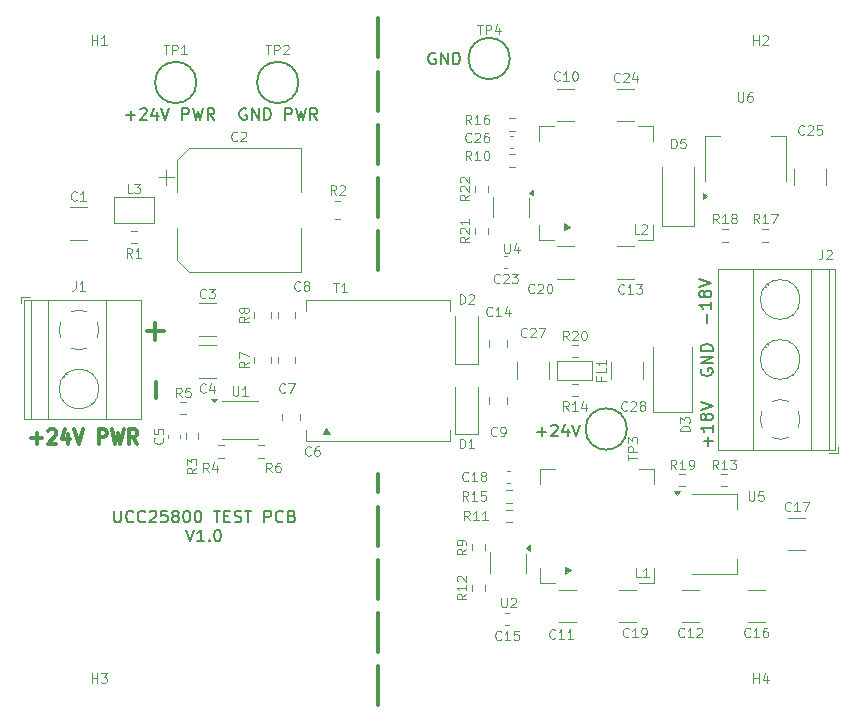
<source format=gbr>
G04 #@! TF.GenerationSoftware,KiCad,Pcbnew,8.0.6*
G04 #@! TF.CreationDate,2024-12-01T22:00:58+01:00*
G04 #@! TF.ProjectId,UCC25800,55434332-3538-4303-902e-6b696361645f,rev?*
G04 #@! TF.SameCoordinates,Original*
G04 #@! TF.FileFunction,Legend,Top*
G04 #@! TF.FilePolarity,Positive*
%FSLAX46Y46*%
G04 Gerber Fmt 4.6, Leading zero omitted, Abs format (unit mm)*
G04 Created by KiCad (PCBNEW 8.0.6) date 2024-12-01 22:00:58*
%MOMM*%
%LPD*%
G01*
G04 APERTURE LIST*
%ADD10C,0.300000*%
%ADD11C,0.200000*%
%ADD12C,0.120000*%
%ADD13C,0.100000*%
%ADD14C,0.150000*%
G04 APERTURE END LIST*
D10*
X131064000Y-87630000D02*
X132461000Y-87630000D01*
X131762500Y-88328500D02*
X131762500Y-86931500D01*
X150622000Y-119253000D02*
X150622000Y-115953000D01*
X150622000Y-114753000D02*
X150622000Y-111453000D01*
X150622000Y-110253000D02*
X150622000Y-106953000D01*
X150622000Y-105753000D02*
X150622000Y-102453000D01*
X150622000Y-101253000D02*
X150622000Y-99695000D01*
X150622000Y-82423000D02*
X150622000Y-79123000D01*
X150622000Y-77923000D02*
X150622000Y-74623000D01*
X150622000Y-73423000D02*
X150622000Y-70123000D01*
X150622000Y-68923000D02*
X150622000Y-65623000D01*
X150622000Y-64423000D02*
X150622000Y-61123000D01*
X131826000Y-93281500D02*
X131826000Y-91884500D01*
D11*
X155452482Y-64065838D02*
X155357244Y-64018219D01*
X155357244Y-64018219D02*
X155214387Y-64018219D01*
X155214387Y-64018219D02*
X155071530Y-64065838D01*
X155071530Y-64065838D02*
X154976292Y-64161076D01*
X154976292Y-64161076D02*
X154928673Y-64256314D01*
X154928673Y-64256314D02*
X154881054Y-64446790D01*
X154881054Y-64446790D02*
X154881054Y-64589647D01*
X154881054Y-64589647D02*
X154928673Y-64780123D01*
X154928673Y-64780123D02*
X154976292Y-64875361D01*
X154976292Y-64875361D02*
X155071530Y-64970600D01*
X155071530Y-64970600D02*
X155214387Y-65018219D01*
X155214387Y-65018219D02*
X155309625Y-65018219D01*
X155309625Y-65018219D02*
X155452482Y-64970600D01*
X155452482Y-64970600D02*
X155500101Y-64922980D01*
X155500101Y-64922980D02*
X155500101Y-64589647D01*
X155500101Y-64589647D02*
X155309625Y-64589647D01*
X155928673Y-65018219D02*
X155928673Y-64018219D01*
X155928673Y-64018219D02*
X156500101Y-65018219D01*
X156500101Y-65018219D02*
X156500101Y-64018219D01*
X156976292Y-65018219D02*
X156976292Y-64018219D01*
X156976292Y-64018219D02*
X157214387Y-64018219D01*
X157214387Y-64018219D02*
X157357244Y-64065838D01*
X157357244Y-64065838D02*
X157452482Y-64161076D01*
X157452482Y-64161076D02*
X157500101Y-64256314D01*
X157500101Y-64256314D02*
X157547720Y-64446790D01*
X157547720Y-64446790D02*
X157547720Y-64589647D01*
X157547720Y-64589647D02*
X157500101Y-64780123D01*
X157500101Y-64780123D02*
X157452482Y-64875361D01*
X157452482Y-64875361D02*
X157357244Y-64970600D01*
X157357244Y-64970600D02*
X157214387Y-65018219D01*
X157214387Y-65018219D02*
X156976292Y-65018219D01*
X178556266Y-97293326D02*
X178556266Y-96531422D01*
X178937219Y-96912374D02*
X178175314Y-96912374D01*
X178937219Y-95531422D02*
X178937219Y-96102850D01*
X178937219Y-95817136D02*
X177937219Y-95817136D01*
X177937219Y-95817136D02*
X178080076Y-95912374D01*
X178080076Y-95912374D02*
X178175314Y-96007612D01*
X178175314Y-96007612D02*
X178222933Y-96102850D01*
X178365790Y-94959993D02*
X178318171Y-95055231D01*
X178318171Y-95055231D02*
X178270552Y-95102850D01*
X178270552Y-95102850D02*
X178175314Y-95150469D01*
X178175314Y-95150469D02*
X178127695Y-95150469D01*
X178127695Y-95150469D02*
X178032457Y-95102850D01*
X178032457Y-95102850D02*
X177984838Y-95055231D01*
X177984838Y-95055231D02*
X177937219Y-94959993D01*
X177937219Y-94959993D02*
X177937219Y-94769517D01*
X177937219Y-94769517D02*
X177984838Y-94674279D01*
X177984838Y-94674279D02*
X178032457Y-94626660D01*
X178032457Y-94626660D02*
X178127695Y-94579041D01*
X178127695Y-94579041D02*
X178175314Y-94579041D01*
X178175314Y-94579041D02*
X178270552Y-94626660D01*
X178270552Y-94626660D02*
X178318171Y-94674279D01*
X178318171Y-94674279D02*
X178365790Y-94769517D01*
X178365790Y-94769517D02*
X178365790Y-94959993D01*
X178365790Y-94959993D02*
X178413409Y-95055231D01*
X178413409Y-95055231D02*
X178461028Y-95102850D01*
X178461028Y-95102850D02*
X178556266Y-95150469D01*
X178556266Y-95150469D02*
X178746742Y-95150469D01*
X178746742Y-95150469D02*
X178841980Y-95102850D01*
X178841980Y-95102850D02*
X178889600Y-95055231D01*
X178889600Y-95055231D02*
X178937219Y-94959993D01*
X178937219Y-94959993D02*
X178937219Y-94769517D01*
X178937219Y-94769517D02*
X178889600Y-94674279D01*
X178889600Y-94674279D02*
X178841980Y-94626660D01*
X178841980Y-94626660D02*
X178746742Y-94579041D01*
X178746742Y-94579041D02*
X178556266Y-94579041D01*
X178556266Y-94579041D02*
X178461028Y-94626660D01*
X178461028Y-94626660D02*
X178413409Y-94674279D01*
X178413409Y-94674279D02*
X178365790Y-94769517D01*
X177937219Y-94293326D02*
X178937219Y-93959993D01*
X178937219Y-93959993D02*
X177937219Y-93626660D01*
X128270952Y-102794275D02*
X128270952Y-103603798D01*
X128270952Y-103603798D02*
X128318571Y-103699036D01*
X128318571Y-103699036D02*
X128366190Y-103746656D01*
X128366190Y-103746656D02*
X128461428Y-103794275D01*
X128461428Y-103794275D02*
X128651904Y-103794275D01*
X128651904Y-103794275D02*
X128747142Y-103746656D01*
X128747142Y-103746656D02*
X128794761Y-103699036D01*
X128794761Y-103699036D02*
X128842380Y-103603798D01*
X128842380Y-103603798D02*
X128842380Y-102794275D01*
X129889999Y-103699036D02*
X129842380Y-103746656D01*
X129842380Y-103746656D02*
X129699523Y-103794275D01*
X129699523Y-103794275D02*
X129604285Y-103794275D01*
X129604285Y-103794275D02*
X129461428Y-103746656D01*
X129461428Y-103746656D02*
X129366190Y-103651417D01*
X129366190Y-103651417D02*
X129318571Y-103556179D01*
X129318571Y-103556179D02*
X129270952Y-103365703D01*
X129270952Y-103365703D02*
X129270952Y-103222846D01*
X129270952Y-103222846D02*
X129318571Y-103032370D01*
X129318571Y-103032370D02*
X129366190Y-102937132D01*
X129366190Y-102937132D02*
X129461428Y-102841894D01*
X129461428Y-102841894D02*
X129604285Y-102794275D01*
X129604285Y-102794275D02*
X129699523Y-102794275D01*
X129699523Y-102794275D02*
X129842380Y-102841894D01*
X129842380Y-102841894D02*
X129889999Y-102889513D01*
X130889999Y-103699036D02*
X130842380Y-103746656D01*
X130842380Y-103746656D02*
X130699523Y-103794275D01*
X130699523Y-103794275D02*
X130604285Y-103794275D01*
X130604285Y-103794275D02*
X130461428Y-103746656D01*
X130461428Y-103746656D02*
X130366190Y-103651417D01*
X130366190Y-103651417D02*
X130318571Y-103556179D01*
X130318571Y-103556179D02*
X130270952Y-103365703D01*
X130270952Y-103365703D02*
X130270952Y-103222846D01*
X130270952Y-103222846D02*
X130318571Y-103032370D01*
X130318571Y-103032370D02*
X130366190Y-102937132D01*
X130366190Y-102937132D02*
X130461428Y-102841894D01*
X130461428Y-102841894D02*
X130604285Y-102794275D01*
X130604285Y-102794275D02*
X130699523Y-102794275D01*
X130699523Y-102794275D02*
X130842380Y-102841894D01*
X130842380Y-102841894D02*
X130889999Y-102889513D01*
X131270952Y-102889513D02*
X131318571Y-102841894D01*
X131318571Y-102841894D02*
X131413809Y-102794275D01*
X131413809Y-102794275D02*
X131651904Y-102794275D01*
X131651904Y-102794275D02*
X131747142Y-102841894D01*
X131747142Y-102841894D02*
X131794761Y-102889513D01*
X131794761Y-102889513D02*
X131842380Y-102984751D01*
X131842380Y-102984751D02*
X131842380Y-103079989D01*
X131842380Y-103079989D02*
X131794761Y-103222846D01*
X131794761Y-103222846D02*
X131223333Y-103794275D01*
X131223333Y-103794275D02*
X131842380Y-103794275D01*
X132747142Y-102794275D02*
X132270952Y-102794275D01*
X132270952Y-102794275D02*
X132223333Y-103270465D01*
X132223333Y-103270465D02*
X132270952Y-103222846D01*
X132270952Y-103222846D02*
X132366190Y-103175227D01*
X132366190Y-103175227D02*
X132604285Y-103175227D01*
X132604285Y-103175227D02*
X132699523Y-103222846D01*
X132699523Y-103222846D02*
X132747142Y-103270465D01*
X132747142Y-103270465D02*
X132794761Y-103365703D01*
X132794761Y-103365703D02*
X132794761Y-103603798D01*
X132794761Y-103603798D02*
X132747142Y-103699036D01*
X132747142Y-103699036D02*
X132699523Y-103746656D01*
X132699523Y-103746656D02*
X132604285Y-103794275D01*
X132604285Y-103794275D02*
X132366190Y-103794275D01*
X132366190Y-103794275D02*
X132270952Y-103746656D01*
X132270952Y-103746656D02*
X132223333Y-103699036D01*
X133366190Y-103222846D02*
X133270952Y-103175227D01*
X133270952Y-103175227D02*
X133223333Y-103127608D01*
X133223333Y-103127608D02*
X133175714Y-103032370D01*
X133175714Y-103032370D02*
X133175714Y-102984751D01*
X133175714Y-102984751D02*
X133223333Y-102889513D01*
X133223333Y-102889513D02*
X133270952Y-102841894D01*
X133270952Y-102841894D02*
X133366190Y-102794275D01*
X133366190Y-102794275D02*
X133556666Y-102794275D01*
X133556666Y-102794275D02*
X133651904Y-102841894D01*
X133651904Y-102841894D02*
X133699523Y-102889513D01*
X133699523Y-102889513D02*
X133747142Y-102984751D01*
X133747142Y-102984751D02*
X133747142Y-103032370D01*
X133747142Y-103032370D02*
X133699523Y-103127608D01*
X133699523Y-103127608D02*
X133651904Y-103175227D01*
X133651904Y-103175227D02*
X133556666Y-103222846D01*
X133556666Y-103222846D02*
X133366190Y-103222846D01*
X133366190Y-103222846D02*
X133270952Y-103270465D01*
X133270952Y-103270465D02*
X133223333Y-103318084D01*
X133223333Y-103318084D02*
X133175714Y-103413322D01*
X133175714Y-103413322D02*
X133175714Y-103603798D01*
X133175714Y-103603798D02*
X133223333Y-103699036D01*
X133223333Y-103699036D02*
X133270952Y-103746656D01*
X133270952Y-103746656D02*
X133366190Y-103794275D01*
X133366190Y-103794275D02*
X133556666Y-103794275D01*
X133556666Y-103794275D02*
X133651904Y-103746656D01*
X133651904Y-103746656D02*
X133699523Y-103699036D01*
X133699523Y-103699036D02*
X133747142Y-103603798D01*
X133747142Y-103603798D02*
X133747142Y-103413322D01*
X133747142Y-103413322D02*
X133699523Y-103318084D01*
X133699523Y-103318084D02*
X133651904Y-103270465D01*
X133651904Y-103270465D02*
X133556666Y-103222846D01*
X134366190Y-102794275D02*
X134461428Y-102794275D01*
X134461428Y-102794275D02*
X134556666Y-102841894D01*
X134556666Y-102841894D02*
X134604285Y-102889513D01*
X134604285Y-102889513D02*
X134651904Y-102984751D01*
X134651904Y-102984751D02*
X134699523Y-103175227D01*
X134699523Y-103175227D02*
X134699523Y-103413322D01*
X134699523Y-103413322D02*
X134651904Y-103603798D01*
X134651904Y-103603798D02*
X134604285Y-103699036D01*
X134604285Y-103699036D02*
X134556666Y-103746656D01*
X134556666Y-103746656D02*
X134461428Y-103794275D01*
X134461428Y-103794275D02*
X134366190Y-103794275D01*
X134366190Y-103794275D02*
X134270952Y-103746656D01*
X134270952Y-103746656D02*
X134223333Y-103699036D01*
X134223333Y-103699036D02*
X134175714Y-103603798D01*
X134175714Y-103603798D02*
X134128095Y-103413322D01*
X134128095Y-103413322D02*
X134128095Y-103175227D01*
X134128095Y-103175227D02*
X134175714Y-102984751D01*
X134175714Y-102984751D02*
X134223333Y-102889513D01*
X134223333Y-102889513D02*
X134270952Y-102841894D01*
X134270952Y-102841894D02*
X134366190Y-102794275D01*
X135318571Y-102794275D02*
X135413809Y-102794275D01*
X135413809Y-102794275D02*
X135509047Y-102841894D01*
X135509047Y-102841894D02*
X135556666Y-102889513D01*
X135556666Y-102889513D02*
X135604285Y-102984751D01*
X135604285Y-102984751D02*
X135651904Y-103175227D01*
X135651904Y-103175227D02*
X135651904Y-103413322D01*
X135651904Y-103413322D02*
X135604285Y-103603798D01*
X135604285Y-103603798D02*
X135556666Y-103699036D01*
X135556666Y-103699036D02*
X135509047Y-103746656D01*
X135509047Y-103746656D02*
X135413809Y-103794275D01*
X135413809Y-103794275D02*
X135318571Y-103794275D01*
X135318571Y-103794275D02*
X135223333Y-103746656D01*
X135223333Y-103746656D02*
X135175714Y-103699036D01*
X135175714Y-103699036D02*
X135128095Y-103603798D01*
X135128095Y-103603798D02*
X135080476Y-103413322D01*
X135080476Y-103413322D02*
X135080476Y-103175227D01*
X135080476Y-103175227D02*
X135128095Y-102984751D01*
X135128095Y-102984751D02*
X135175714Y-102889513D01*
X135175714Y-102889513D02*
X135223333Y-102841894D01*
X135223333Y-102841894D02*
X135318571Y-102794275D01*
X136699524Y-102794275D02*
X137270952Y-102794275D01*
X136985238Y-103794275D02*
X136985238Y-102794275D01*
X137604286Y-103270465D02*
X137937619Y-103270465D01*
X138080476Y-103794275D02*
X137604286Y-103794275D01*
X137604286Y-103794275D02*
X137604286Y-102794275D01*
X137604286Y-102794275D02*
X138080476Y-102794275D01*
X138461429Y-103746656D02*
X138604286Y-103794275D01*
X138604286Y-103794275D02*
X138842381Y-103794275D01*
X138842381Y-103794275D02*
X138937619Y-103746656D01*
X138937619Y-103746656D02*
X138985238Y-103699036D01*
X138985238Y-103699036D02*
X139032857Y-103603798D01*
X139032857Y-103603798D02*
X139032857Y-103508560D01*
X139032857Y-103508560D02*
X138985238Y-103413322D01*
X138985238Y-103413322D02*
X138937619Y-103365703D01*
X138937619Y-103365703D02*
X138842381Y-103318084D01*
X138842381Y-103318084D02*
X138651905Y-103270465D01*
X138651905Y-103270465D02*
X138556667Y-103222846D01*
X138556667Y-103222846D02*
X138509048Y-103175227D01*
X138509048Y-103175227D02*
X138461429Y-103079989D01*
X138461429Y-103079989D02*
X138461429Y-102984751D01*
X138461429Y-102984751D02*
X138509048Y-102889513D01*
X138509048Y-102889513D02*
X138556667Y-102841894D01*
X138556667Y-102841894D02*
X138651905Y-102794275D01*
X138651905Y-102794275D02*
X138890000Y-102794275D01*
X138890000Y-102794275D02*
X139032857Y-102841894D01*
X139318572Y-102794275D02*
X139890000Y-102794275D01*
X139604286Y-103794275D02*
X139604286Y-102794275D01*
X140985239Y-103794275D02*
X140985239Y-102794275D01*
X140985239Y-102794275D02*
X141366191Y-102794275D01*
X141366191Y-102794275D02*
X141461429Y-102841894D01*
X141461429Y-102841894D02*
X141509048Y-102889513D01*
X141509048Y-102889513D02*
X141556667Y-102984751D01*
X141556667Y-102984751D02*
X141556667Y-103127608D01*
X141556667Y-103127608D02*
X141509048Y-103222846D01*
X141509048Y-103222846D02*
X141461429Y-103270465D01*
X141461429Y-103270465D02*
X141366191Y-103318084D01*
X141366191Y-103318084D02*
X140985239Y-103318084D01*
X142556667Y-103699036D02*
X142509048Y-103746656D01*
X142509048Y-103746656D02*
X142366191Y-103794275D01*
X142366191Y-103794275D02*
X142270953Y-103794275D01*
X142270953Y-103794275D02*
X142128096Y-103746656D01*
X142128096Y-103746656D02*
X142032858Y-103651417D01*
X142032858Y-103651417D02*
X141985239Y-103556179D01*
X141985239Y-103556179D02*
X141937620Y-103365703D01*
X141937620Y-103365703D02*
X141937620Y-103222846D01*
X141937620Y-103222846D02*
X141985239Y-103032370D01*
X141985239Y-103032370D02*
X142032858Y-102937132D01*
X142032858Y-102937132D02*
X142128096Y-102841894D01*
X142128096Y-102841894D02*
X142270953Y-102794275D01*
X142270953Y-102794275D02*
X142366191Y-102794275D01*
X142366191Y-102794275D02*
X142509048Y-102841894D01*
X142509048Y-102841894D02*
X142556667Y-102889513D01*
X143318572Y-103270465D02*
X143461429Y-103318084D01*
X143461429Y-103318084D02*
X143509048Y-103365703D01*
X143509048Y-103365703D02*
X143556667Y-103460941D01*
X143556667Y-103460941D02*
X143556667Y-103603798D01*
X143556667Y-103603798D02*
X143509048Y-103699036D01*
X143509048Y-103699036D02*
X143461429Y-103746656D01*
X143461429Y-103746656D02*
X143366191Y-103794275D01*
X143366191Y-103794275D02*
X142985239Y-103794275D01*
X142985239Y-103794275D02*
X142985239Y-102794275D01*
X142985239Y-102794275D02*
X143318572Y-102794275D01*
X143318572Y-102794275D02*
X143413810Y-102841894D01*
X143413810Y-102841894D02*
X143461429Y-102889513D01*
X143461429Y-102889513D02*
X143509048Y-102984751D01*
X143509048Y-102984751D02*
X143509048Y-103079989D01*
X143509048Y-103079989D02*
X143461429Y-103175227D01*
X143461429Y-103175227D02*
X143413810Y-103222846D01*
X143413810Y-103222846D02*
X143318572Y-103270465D01*
X143318572Y-103270465D02*
X142985239Y-103270465D01*
X134366191Y-104404219D02*
X134699524Y-105404219D01*
X134699524Y-105404219D02*
X135032857Y-104404219D01*
X135890000Y-105404219D02*
X135318572Y-105404219D01*
X135604286Y-105404219D02*
X135604286Y-104404219D01*
X135604286Y-104404219D02*
X135509048Y-104547076D01*
X135509048Y-104547076D02*
X135413810Y-104642314D01*
X135413810Y-104642314D02*
X135318572Y-104689933D01*
X136318572Y-105308980D02*
X136366191Y-105356600D01*
X136366191Y-105356600D02*
X136318572Y-105404219D01*
X136318572Y-105404219D02*
X136270953Y-105356600D01*
X136270953Y-105356600D02*
X136318572Y-105308980D01*
X136318572Y-105308980D02*
X136318572Y-105404219D01*
X136985238Y-104404219D02*
X137080476Y-104404219D01*
X137080476Y-104404219D02*
X137175714Y-104451838D01*
X137175714Y-104451838D02*
X137223333Y-104499457D01*
X137223333Y-104499457D02*
X137270952Y-104594695D01*
X137270952Y-104594695D02*
X137318571Y-104785171D01*
X137318571Y-104785171D02*
X137318571Y-105023266D01*
X137318571Y-105023266D02*
X137270952Y-105213742D01*
X137270952Y-105213742D02*
X137223333Y-105308980D01*
X137223333Y-105308980D02*
X137175714Y-105356600D01*
X137175714Y-105356600D02*
X137080476Y-105404219D01*
X137080476Y-105404219D02*
X136985238Y-105404219D01*
X136985238Y-105404219D02*
X136890000Y-105356600D01*
X136890000Y-105356600D02*
X136842381Y-105308980D01*
X136842381Y-105308980D02*
X136794762Y-105213742D01*
X136794762Y-105213742D02*
X136747143Y-105023266D01*
X136747143Y-105023266D02*
X136747143Y-104785171D01*
X136747143Y-104785171D02*
X136794762Y-104594695D01*
X136794762Y-104594695D02*
X136842381Y-104499457D01*
X136842381Y-104499457D02*
X136890000Y-104451838D01*
X136890000Y-104451838D02*
X136985238Y-104404219D01*
X129274673Y-69336266D02*
X130036578Y-69336266D01*
X129655625Y-69717219D02*
X129655625Y-68955314D01*
X130465149Y-68812457D02*
X130512768Y-68764838D01*
X130512768Y-68764838D02*
X130608006Y-68717219D01*
X130608006Y-68717219D02*
X130846101Y-68717219D01*
X130846101Y-68717219D02*
X130941339Y-68764838D01*
X130941339Y-68764838D02*
X130988958Y-68812457D01*
X130988958Y-68812457D02*
X131036577Y-68907695D01*
X131036577Y-68907695D02*
X131036577Y-69002933D01*
X131036577Y-69002933D02*
X130988958Y-69145790D01*
X130988958Y-69145790D02*
X130417530Y-69717219D01*
X130417530Y-69717219D02*
X131036577Y-69717219D01*
X131893720Y-69050552D02*
X131893720Y-69717219D01*
X131655625Y-68669600D02*
X131417530Y-69383885D01*
X131417530Y-69383885D02*
X132036577Y-69383885D01*
X132274673Y-68717219D02*
X132608006Y-69717219D01*
X132608006Y-69717219D02*
X132941339Y-68717219D01*
X134036578Y-69717219D02*
X134036578Y-68717219D01*
X134036578Y-68717219D02*
X134417530Y-68717219D01*
X134417530Y-68717219D02*
X134512768Y-68764838D01*
X134512768Y-68764838D02*
X134560387Y-68812457D01*
X134560387Y-68812457D02*
X134608006Y-68907695D01*
X134608006Y-68907695D02*
X134608006Y-69050552D01*
X134608006Y-69050552D02*
X134560387Y-69145790D01*
X134560387Y-69145790D02*
X134512768Y-69193409D01*
X134512768Y-69193409D02*
X134417530Y-69241028D01*
X134417530Y-69241028D02*
X134036578Y-69241028D01*
X134941340Y-68717219D02*
X135179435Y-69717219D01*
X135179435Y-69717219D02*
X135369911Y-69002933D01*
X135369911Y-69002933D02*
X135560387Y-69717219D01*
X135560387Y-69717219D02*
X135798483Y-68717219D01*
X136750863Y-69717219D02*
X136417530Y-69241028D01*
X136179435Y-69717219D02*
X136179435Y-68717219D01*
X136179435Y-68717219D02*
X136560387Y-68717219D01*
X136560387Y-68717219D02*
X136655625Y-68764838D01*
X136655625Y-68764838D02*
X136703244Y-68812457D01*
X136703244Y-68812457D02*
X136750863Y-68907695D01*
X136750863Y-68907695D02*
X136750863Y-69050552D01*
X136750863Y-69050552D02*
X136703244Y-69145790D01*
X136703244Y-69145790D02*
X136655625Y-69193409D01*
X136655625Y-69193409D02*
X136560387Y-69241028D01*
X136560387Y-69241028D02*
X136179435Y-69241028D01*
X139450482Y-68764838D02*
X139355244Y-68717219D01*
X139355244Y-68717219D02*
X139212387Y-68717219D01*
X139212387Y-68717219D02*
X139069530Y-68764838D01*
X139069530Y-68764838D02*
X138974292Y-68860076D01*
X138974292Y-68860076D02*
X138926673Y-68955314D01*
X138926673Y-68955314D02*
X138879054Y-69145790D01*
X138879054Y-69145790D02*
X138879054Y-69288647D01*
X138879054Y-69288647D02*
X138926673Y-69479123D01*
X138926673Y-69479123D02*
X138974292Y-69574361D01*
X138974292Y-69574361D02*
X139069530Y-69669600D01*
X139069530Y-69669600D02*
X139212387Y-69717219D01*
X139212387Y-69717219D02*
X139307625Y-69717219D01*
X139307625Y-69717219D02*
X139450482Y-69669600D01*
X139450482Y-69669600D02*
X139498101Y-69621980D01*
X139498101Y-69621980D02*
X139498101Y-69288647D01*
X139498101Y-69288647D02*
X139307625Y-69288647D01*
X139926673Y-69717219D02*
X139926673Y-68717219D01*
X139926673Y-68717219D02*
X140498101Y-69717219D01*
X140498101Y-69717219D02*
X140498101Y-68717219D01*
X140974292Y-69717219D02*
X140974292Y-68717219D01*
X140974292Y-68717219D02*
X141212387Y-68717219D01*
X141212387Y-68717219D02*
X141355244Y-68764838D01*
X141355244Y-68764838D02*
X141450482Y-68860076D01*
X141450482Y-68860076D02*
X141498101Y-68955314D01*
X141498101Y-68955314D02*
X141545720Y-69145790D01*
X141545720Y-69145790D02*
X141545720Y-69288647D01*
X141545720Y-69288647D02*
X141498101Y-69479123D01*
X141498101Y-69479123D02*
X141450482Y-69574361D01*
X141450482Y-69574361D02*
X141355244Y-69669600D01*
X141355244Y-69669600D02*
X141212387Y-69717219D01*
X141212387Y-69717219D02*
X140974292Y-69717219D01*
X142736197Y-69717219D02*
X142736197Y-68717219D01*
X142736197Y-68717219D02*
X143117149Y-68717219D01*
X143117149Y-68717219D02*
X143212387Y-68764838D01*
X143212387Y-68764838D02*
X143260006Y-68812457D01*
X143260006Y-68812457D02*
X143307625Y-68907695D01*
X143307625Y-68907695D02*
X143307625Y-69050552D01*
X143307625Y-69050552D02*
X143260006Y-69145790D01*
X143260006Y-69145790D02*
X143212387Y-69193409D01*
X143212387Y-69193409D02*
X143117149Y-69241028D01*
X143117149Y-69241028D02*
X142736197Y-69241028D01*
X143640959Y-68717219D02*
X143879054Y-69717219D01*
X143879054Y-69717219D02*
X144069530Y-69002933D01*
X144069530Y-69002933D02*
X144260006Y-69717219D01*
X144260006Y-69717219D02*
X144498102Y-68717219D01*
X145450482Y-69717219D02*
X145117149Y-69241028D01*
X144879054Y-69717219D02*
X144879054Y-68717219D01*
X144879054Y-68717219D02*
X145260006Y-68717219D01*
X145260006Y-68717219D02*
X145355244Y-68764838D01*
X145355244Y-68764838D02*
X145402863Y-68812457D01*
X145402863Y-68812457D02*
X145450482Y-68907695D01*
X145450482Y-68907695D02*
X145450482Y-69050552D01*
X145450482Y-69050552D02*
X145402863Y-69145790D01*
X145402863Y-69145790D02*
X145355244Y-69193409D01*
X145355244Y-69193409D02*
X145260006Y-69241028D01*
X145260006Y-69241028D02*
X144879054Y-69241028D01*
X177984838Y-90800517D02*
X177937219Y-90895755D01*
X177937219Y-90895755D02*
X177937219Y-91038612D01*
X177937219Y-91038612D02*
X177984838Y-91181469D01*
X177984838Y-91181469D02*
X178080076Y-91276707D01*
X178080076Y-91276707D02*
X178175314Y-91324326D01*
X178175314Y-91324326D02*
X178365790Y-91371945D01*
X178365790Y-91371945D02*
X178508647Y-91371945D01*
X178508647Y-91371945D02*
X178699123Y-91324326D01*
X178699123Y-91324326D02*
X178794361Y-91276707D01*
X178794361Y-91276707D02*
X178889600Y-91181469D01*
X178889600Y-91181469D02*
X178937219Y-91038612D01*
X178937219Y-91038612D02*
X178937219Y-90943374D01*
X178937219Y-90943374D02*
X178889600Y-90800517D01*
X178889600Y-90800517D02*
X178841980Y-90752898D01*
X178841980Y-90752898D02*
X178508647Y-90752898D01*
X178508647Y-90752898D02*
X178508647Y-90943374D01*
X178937219Y-90324326D02*
X177937219Y-90324326D01*
X177937219Y-90324326D02*
X178937219Y-89752898D01*
X178937219Y-89752898D02*
X177937219Y-89752898D01*
X178937219Y-89276707D02*
X177937219Y-89276707D01*
X177937219Y-89276707D02*
X177937219Y-89038612D01*
X177937219Y-89038612D02*
X177984838Y-88895755D01*
X177984838Y-88895755D02*
X178080076Y-88800517D01*
X178080076Y-88800517D02*
X178175314Y-88752898D01*
X178175314Y-88752898D02*
X178365790Y-88705279D01*
X178365790Y-88705279D02*
X178508647Y-88705279D01*
X178508647Y-88705279D02*
X178699123Y-88752898D01*
X178699123Y-88752898D02*
X178794361Y-88800517D01*
X178794361Y-88800517D02*
X178889600Y-88895755D01*
X178889600Y-88895755D02*
X178937219Y-89038612D01*
X178937219Y-89038612D02*
X178937219Y-89276707D01*
D10*
X121260082Y-96662400D02*
X122174368Y-96662400D01*
X121717225Y-97119542D02*
X121717225Y-96205257D01*
X122688653Y-96033828D02*
X122745796Y-95976685D01*
X122745796Y-95976685D02*
X122860082Y-95919542D01*
X122860082Y-95919542D02*
X123145796Y-95919542D01*
X123145796Y-95919542D02*
X123260082Y-95976685D01*
X123260082Y-95976685D02*
X123317224Y-96033828D01*
X123317224Y-96033828D02*
X123374367Y-96148114D01*
X123374367Y-96148114D02*
X123374367Y-96262400D01*
X123374367Y-96262400D02*
X123317224Y-96433828D01*
X123317224Y-96433828D02*
X122631510Y-97119542D01*
X122631510Y-97119542D02*
X123374367Y-97119542D01*
X124402939Y-96319542D02*
X124402939Y-97119542D01*
X124117224Y-95862400D02*
X123831510Y-96719542D01*
X123831510Y-96719542D02*
X124574367Y-96719542D01*
X124860081Y-95919542D02*
X125260081Y-97119542D01*
X125260081Y-97119542D02*
X125660081Y-95919542D01*
X126974367Y-97119542D02*
X126974367Y-95919542D01*
X126974367Y-95919542D02*
X127431510Y-95919542D01*
X127431510Y-95919542D02*
X127545795Y-95976685D01*
X127545795Y-95976685D02*
X127602938Y-96033828D01*
X127602938Y-96033828D02*
X127660081Y-96148114D01*
X127660081Y-96148114D02*
X127660081Y-96319542D01*
X127660081Y-96319542D02*
X127602938Y-96433828D01*
X127602938Y-96433828D02*
X127545795Y-96490971D01*
X127545795Y-96490971D02*
X127431510Y-96548114D01*
X127431510Y-96548114D02*
X126974367Y-96548114D01*
X128060081Y-95919542D02*
X128345795Y-97119542D01*
X128345795Y-97119542D02*
X128574367Y-96262400D01*
X128574367Y-96262400D02*
X128802938Y-97119542D01*
X128802938Y-97119542D02*
X129088653Y-95919542D01*
X130231510Y-97119542D02*
X129831510Y-96548114D01*
X129545796Y-97119542D02*
X129545796Y-95919542D01*
X129545796Y-95919542D02*
X130002939Y-95919542D01*
X130002939Y-95919542D02*
X130117224Y-95976685D01*
X130117224Y-95976685D02*
X130174367Y-96033828D01*
X130174367Y-96033828D02*
X130231510Y-96148114D01*
X130231510Y-96148114D02*
X130231510Y-96319542D01*
X130231510Y-96319542D02*
X130174367Y-96433828D01*
X130174367Y-96433828D02*
X130117224Y-96490971D01*
X130117224Y-96490971D02*
X130002939Y-96548114D01*
X130002939Y-96548114D02*
X129545796Y-96548114D01*
D11*
X164072673Y-96133266D02*
X164834578Y-96133266D01*
X164453625Y-96514219D02*
X164453625Y-95752314D01*
X165263149Y-95609457D02*
X165310768Y-95561838D01*
X165310768Y-95561838D02*
X165406006Y-95514219D01*
X165406006Y-95514219D02*
X165644101Y-95514219D01*
X165644101Y-95514219D02*
X165739339Y-95561838D01*
X165739339Y-95561838D02*
X165786958Y-95609457D01*
X165786958Y-95609457D02*
X165834577Y-95704695D01*
X165834577Y-95704695D02*
X165834577Y-95799933D01*
X165834577Y-95799933D02*
X165786958Y-95942790D01*
X165786958Y-95942790D02*
X165215530Y-96514219D01*
X165215530Y-96514219D02*
X165834577Y-96514219D01*
X166691720Y-95847552D02*
X166691720Y-96514219D01*
X166453625Y-95466600D02*
X166215530Y-96180885D01*
X166215530Y-96180885D02*
X166834577Y-96180885D01*
X167072673Y-95514219D02*
X167406006Y-96514219D01*
X167406006Y-96514219D02*
X167739339Y-95514219D01*
X178429266Y-86879326D02*
X178429266Y-86117422D01*
X178810219Y-85117422D02*
X178810219Y-85688850D01*
X178810219Y-85403136D02*
X177810219Y-85403136D01*
X177810219Y-85403136D02*
X177953076Y-85498374D01*
X177953076Y-85498374D02*
X178048314Y-85593612D01*
X178048314Y-85593612D02*
X178095933Y-85688850D01*
X178238790Y-84545993D02*
X178191171Y-84641231D01*
X178191171Y-84641231D02*
X178143552Y-84688850D01*
X178143552Y-84688850D02*
X178048314Y-84736469D01*
X178048314Y-84736469D02*
X178000695Y-84736469D01*
X178000695Y-84736469D02*
X177905457Y-84688850D01*
X177905457Y-84688850D02*
X177857838Y-84641231D01*
X177857838Y-84641231D02*
X177810219Y-84545993D01*
X177810219Y-84545993D02*
X177810219Y-84355517D01*
X177810219Y-84355517D02*
X177857838Y-84260279D01*
X177857838Y-84260279D02*
X177905457Y-84212660D01*
X177905457Y-84212660D02*
X178000695Y-84165041D01*
X178000695Y-84165041D02*
X178048314Y-84165041D01*
X178048314Y-84165041D02*
X178143552Y-84212660D01*
X178143552Y-84212660D02*
X178191171Y-84260279D01*
X178191171Y-84260279D02*
X178238790Y-84355517D01*
X178238790Y-84355517D02*
X178238790Y-84545993D01*
X178238790Y-84545993D02*
X178286409Y-84641231D01*
X178286409Y-84641231D02*
X178334028Y-84688850D01*
X178334028Y-84688850D02*
X178429266Y-84736469D01*
X178429266Y-84736469D02*
X178619742Y-84736469D01*
X178619742Y-84736469D02*
X178714980Y-84688850D01*
X178714980Y-84688850D02*
X178762600Y-84641231D01*
X178762600Y-84641231D02*
X178810219Y-84545993D01*
X178810219Y-84545993D02*
X178810219Y-84355517D01*
X178810219Y-84355517D02*
X178762600Y-84260279D01*
X178762600Y-84260279D02*
X178714980Y-84212660D01*
X178714980Y-84212660D02*
X178619742Y-84165041D01*
X178619742Y-84165041D02*
X178429266Y-84165041D01*
X178429266Y-84165041D02*
X178334028Y-84212660D01*
X178334028Y-84212660D02*
X178286409Y-84260279D01*
X178286409Y-84260279D02*
X178238790Y-84355517D01*
X177810219Y-83879326D02*
X178810219Y-83545993D01*
X178810219Y-83545993D02*
X177810219Y-83212660D01*
D12*
X158235714Y-101963855D02*
X157969047Y-101582902D01*
X157778571Y-101963855D02*
X157778571Y-101163855D01*
X157778571Y-101163855D02*
X158083333Y-101163855D01*
X158083333Y-101163855D02*
X158159523Y-101201950D01*
X158159523Y-101201950D02*
X158197618Y-101240045D01*
X158197618Y-101240045D02*
X158235714Y-101316236D01*
X158235714Y-101316236D02*
X158235714Y-101430521D01*
X158235714Y-101430521D02*
X158197618Y-101506712D01*
X158197618Y-101506712D02*
X158159523Y-101544807D01*
X158159523Y-101544807D02*
X158083333Y-101582902D01*
X158083333Y-101582902D02*
X157778571Y-101582902D01*
X158997618Y-101963855D02*
X158540475Y-101963855D01*
X158769047Y-101963855D02*
X158769047Y-101163855D01*
X158769047Y-101163855D02*
X158692856Y-101278140D01*
X158692856Y-101278140D02*
X158616666Y-101354331D01*
X158616666Y-101354331D02*
X158540475Y-101392426D01*
X159721428Y-101163855D02*
X159340476Y-101163855D01*
X159340476Y-101163855D02*
X159302380Y-101544807D01*
X159302380Y-101544807D02*
X159340476Y-101506712D01*
X159340476Y-101506712D02*
X159416666Y-101468617D01*
X159416666Y-101468617D02*
X159607142Y-101468617D01*
X159607142Y-101468617D02*
X159683333Y-101506712D01*
X159683333Y-101506712D02*
X159721428Y-101544807D01*
X159721428Y-101544807D02*
X159759523Y-101620998D01*
X159759523Y-101620998D02*
X159759523Y-101811474D01*
X159759523Y-101811474D02*
X159721428Y-101887664D01*
X159721428Y-101887664D02*
X159683333Y-101925760D01*
X159683333Y-101925760D02*
X159607142Y-101963855D01*
X159607142Y-101963855D02*
X159416666Y-101963855D01*
X159416666Y-101963855D02*
X159340476Y-101925760D01*
X159340476Y-101925760D02*
X159302380Y-101887664D01*
X161061476Y-110180855D02*
X161061476Y-110828474D01*
X161061476Y-110828474D02*
X161099571Y-110904664D01*
X161099571Y-110904664D02*
X161137666Y-110942760D01*
X161137666Y-110942760D02*
X161213857Y-110980855D01*
X161213857Y-110980855D02*
X161366238Y-110980855D01*
X161366238Y-110980855D02*
X161442428Y-110942760D01*
X161442428Y-110942760D02*
X161480523Y-110904664D01*
X161480523Y-110904664D02*
X161518619Y-110828474D01*
X161518619Y-110828474D02*
X161518619Y-110180855D01*
X161861475Y-110257045D02*
X161899571Y-110218950D01*
X161899571Y-110218950D02*
X161975761Y-110180855D01*
X161975761Y-110180855D02*
X162166237Y-110180855D01*
X162166237Y-110180855D02*
X162242428Y-110218950D01*
X162242428Y-110218950D02*
X162280523Y-110257045D01*
X162280523Y-110257045D02*
X162318618Y-110333236D01*
X162318618Y-110333236D02*
X162318618Y-110409426D01*
X162318618Y-110409426D02*
X162280523Y-110523712D01*
X162280523Y-110523712D02*
X161823380Y-110980855D01*
X161823380Y-110980855D02*
X162318618Y-110980855D01*
X175850214Y-99296855D02*
X175583547Y-98915902D01*
X175393071Y-99296855D02*
X175393071Y-98496855D01*
X175393071Y-98496855D02*
X175697833Y-98496855D01*
X175697833Y-98496855D02*
X175774023Y-98534950D01*
X175774023Y-98534950D02*
X175812118Y-98573045D01*
X175812118Y-98573045D02*
X175850214Y-98649236D01*
X175850214Y-98649236D02*
X175850214Y-98763521D01*
X175850214Y-98763521D02*
X175812118Y-98839712D01*
X175812118Y-98839712D02*
X175774023Y-98877807D01*
X175774023Y-98877807D02*
X175697833Y-98915902D01*
X175697833Y-98915902D02*
X175393071Y-98915902D01*
X176612118Y-99296855D02*
X176154975Y-99296855D01*
X176383547Y-99296855D02*
X176383547Y-98496855D01*
X176383547Y-98496855D02*
X176307356Y-98611140D01*
X176307356Y-98611140D02*
X176231166Y-98687331D01*
X176231166Y-98687331D02*
X176154975Y-98725426D01*
X176993071Y-99296855D02*
X177145452Y-99296855D01*
X177145452Y-99296855D02*
X177221642Y-99258760D01*
X177221642Y-99258760D02*
X177259738Y-99220664D01*
X177259738Y-99220664D02*
X177335928Y-99106379D01*
X177335928Y-99106379D02*
X177374023Y-98953998D01*
X177374023Y-98953998D02*
X177374023Y-98649236D01*
X177374023Y-98649236D02*
X177335928Y-98573045D01*
X177335928Y-98573045D02*
X177297833Y-98534950D01*
X177297833Y-98534950D02*
X177221642Y-98496855D01*
X177221642Y-98496855D02*
X177069261Y-98496855D01*
X177069261Y-98496855D02*
X176993071Y-98534950D01*
X176993071Y-98534950D02*
X176954976Y-98573045D01*
X176954976Y-98573045D02*
X176916880Y-98649236D01*
X176916880Y-98649236D02*
X176916880Y-98839712D01*
X176916880Y-98839712D02*
X176954976Y-98915902D01*
X176954976Y-98915902D02*
X176993071Y-98953998D01*
X176993071Y-98953998D02*
X177069261Y-98992093D01*
X177069261Y-98992093D02*
X177221642Y-98992093D01*
X177221642Y-98992093D02*
X177297833Y-98953998D01*
X177297833Y-98953998D02*
X177335928Y-98915902D01*
X177335928Y-98915902D02*
X177374023Y-98839712D01*
X182016476Y-101163855D02*
X182016476Y-101811474D01*
X182016476Y-101811474D02*
X182054571Y-101887664D01*
X182054571Y-101887664D02*
X182092666Y-101925760D01*
X182092666Y-101925760D02*
X182168857Y-101963855D01*
X182168857Y-101963855D02*
X182321238Y-101963855D01*
X182321238Y-101963855D02*
X182397428Y-101925760D01*
X182397428Y-101925760D02*
X182435523Y-101887664D01*
X182435523Y-101887664D02*
X182473619Y-101811474D01*
X182473619Y-101811474D02*
X182473619Y-101163855D01*
X183235523Y-101163855D02*
X182854571Y-101163855D01*
X182854571Y-101163855D02*
X182816475Y-101544807D01*
X182816475Y-101544807D02*
X182854571Y-101506712D01*
X182854571Y-101506712D02*
X182930761Y-101468617D01*
X182930761Y-101468617D02*
X183121237Y-101468617D01*
X183121237Y-101468617D02*
X183197428Y-101506712D01*
X183197428Y-101506712D02*
X183235523Y-101544807D01*
X183235523Y-101544807D02*
X183273618Y-101620998D01*
X183273618Y-101620998D02*
X183273618Y-101811474D01*
X183273618Y-101811474D02*
X183235523Y-101887664D01*
X183235523Y-101887664D02*
X183197428Y-101925760D01*
X183197428Y-101925760D02*
X183121237Y-101963855D01*
X183121237Y-101963855D02*
X182930761Y-101963855D01*
X182930761Y-101963855D02*
X182854571Y-101925760D01*
X182854571Y-101925760D02*
X182816475Y-101887664D01*
X172713666Y-79357855D02*
X172332714Y-79357855D01*
X172332714Y-79357855D02*
X172332714Y-78557855D01*
X172942237Y-78634045D02*
X172980333Y-78595950D01*
X172980333Y-78595950D02*
X173056523Y-78557855D01*
X173056523Y-78557855D02*
X173246999Y-78557855D01*
X173246999Y-78557855D02*
X173323190Y-78595950D01*
X173323190Y-78595950D02*
X173361285Y-78634045D01*
X173361285Y-78634045D02*
X173399380Y-78710236D01*
X173399380Y-78710236D02*
X173399380Y-78786426D01*
X173399380Y-78786426D02*
X173361285Y-78900712D01*
X173361285Y-78900712D02*
X172904142Y-79357855D01*
X172904142Y-79357855D02*
X173399380Y-79357855D01*
X175431524Y-72118855D02*
X175431524Y-71318855D01*
X175431524Y-71318855D02*
X175622000Y-71318855D01*
X175622000Y-71318855D02*
X175736286Y-71356950D01*
X175736286Y-71356950D02*
X175812476Y-71433140D01*
X175812476Y-71433140D02*
X175850571Y-71509331D01*
X175850571Y-71509331D02*
X175888667Y-71661712D01*
X175888667Y-71661712D02*
X175888667Y-71775998D01*
X175888667Y-71775998D02*
X175850571Y-71928379D01*
X175850571Y-71928379D02*
X175812476Y-72004569D01*
X175812476Y-72004569D02*
X175736286Y-72080760D01*
X175736286Y-72080760D02*
X175622000Y-72118855D01*
X175622000Y-72118855D02*
X175431524Y-72118855D01*
X176612476Y-71318855D02*
X176231524Y-71318855D01*
X176231524Y-71318855D02*
X176193428Y-71699807D01*
X176193428Y-71699807D02*
X176231524Y-71661712D01*
X176231524Y-71661712D02*
X176307714Y-71623617D01*
X176307714Y-71623617D02*
X176498190Y-71623617D01*
X176498190Y-71623617D02*
X176574381Y-71661712D01*
X176574381Y-71661712D02*
X176612476Y-71699807D01*
X176612476Y-71699807D02*
X176650571Y-71775998D01*
X176650571Y-71775998D02*
X176650571Y-71966474D01*
X176650571Y-71966474D02*
X176612476Y-72042664D01*
X176612476Y-72042664D02*
X176574381Y-72080760D01*
X176574381Y-72080760D02*
X176498190Y-72118855D01*
X176498190Y-72118855D02*
X176307714Y-72118855D01*
X176307714Y-72118855D02*
X176231524Y-72080760D01*
X176231524Y-72080760D02*
X176193428Y-72042664D01*
X171443714Y-84361664D02*
X171405618Y-84399760D01*
X171405618Y-84399760D02*
X171291333Y-84437855D01*
X171291333Y-84437855D02*
X171215142Y-84437855D01*
X171215142Y-84437855D02*
X171100856Y-84399760D01*
X171100856Y-84399760D02*
X171024666Y-84323569D01*
X171024666Y-84323569D02*
X170986571Y-84247379D01*
X170986571Y-84247379D02*
X170948475Y-84094998D01*
X170948475Y-84094998D02*
X170948475Y-83980712D01*
X170948475Y-83980712D02*
X170986571Y-83828331D01*
X170986571Y-83828331D02*
X171024666Y-83752140D01*
X171024666Y-83752140D02*
X171100856Y-83675950D01*
X171100856Y-83675950D02*
X171215142Y-83637855D01*
X171215142Y-83637855D02*
X171291333Y-83637855D01*
X171291333Y-83637855D02*
X171405618Y-83675950D01*
X171405618Y-83675950D02*
X171443714Y-83714045D01*
X172205618Y-84437855D02*
X171748475Y-84437855D01*
X171977047Y-84437855D02*
X171977047Y-83637855D01*
X171977047Y-83637855D02*
X171900856Y-83752140D01*
X171900856Y-83752140D02*
X171824666Y-83828331D01*
X171824666Y-83828331D02*
X171748475Y-83866426D01*
X172472285Y-83637855D02*
X172967523Y-83637855D01*
X172967523Y-83637855D02*
X172700857Y-83942617D01*
X172700857Y-83942617D02*
X172815142Y-83942617D01*
X172815142Y-83942617D02*
X172891333Y-83980712D01*
X172891333Y-83980712D02*
X172929428Y-84018807D01*
X172929428Y-84018807D02*
X172967523Y-84094998D01*
X172967523Y-84094998D02*
X172967523Y-84285474D01*
X172967523Y-84285474D02*
X172929428Y-84361664D01*
X172929428Y-84361664D02*
X172891333Y-84399760D01*
X172891333Y-84399760D02*
X172815142Y-84437855D01*
X172815142Y-84437855D02*
X172586571Y-84437855D01*
X172586571Y-84437855D02*
X172510380Y-84399760D01*
X172510380Y-84399760D02*
X172472285Y-84361664D01*
X182111714Y-113444664D02*
X182073618Y-113482760D01*
X182073618Y-113482760D02*
X181959333Y-113520855D01*
X181959333Y-113520855D02*
X181883142Y-113520855D01*
X181883142Y-113520855D02*
X181768856Y-113482760D01*
X181768856Y-113482760D02*
X181692666Y-113406569D01*
X181692666Y-113406569D02*
X181654571Y-113330379D01*
X181654571Y-113330379D02*
X181616475Y-113177998D01*
X181616475Y-113177998D02*
X181616475Y-113063712D01*
X181616475Y-113063712D02*
X181654571Y-112911331D01*
X181654571Y-112911331D02*
X181692666Y-112835140D01*
X181692666Y-112835140D02*
X181768856Y-112758950D01*
X181768856Y-112758950D02*
X181883142Y-112720855D01*
X181883142Y-112720855D02*
X181959333Y-112720855D01*
X181959333Y-112720855D02*
X182073618Y-112758950D01*
X182073618Y-112758950D02*
X182111714Y-112797045D01*
X182873618Y-113520855D02*
X182416475Y-113520855D01*
X182645047Y-113520855D02*
X182645047Y-112720855D01*
X182645047Y-112720855D02*
X182568856Y-112835140D01*
X182568856Y-112835140D02*
X182492666Y-112911331D01*
X182492666Y-112911331D02*
X182416475Y-112949426D01*
X183559333Y-112720855D02*
X183406952Y-112720855D01*
X183406952Y-112720855D02*
X183330761Y-112758950D01*
X183330761Y-112758950D02*
X183292666Y-112797045D01*
X183292666Y-112797045D02*
X183216476Y-112911331D01*
X183216476Y-112911331D02*
X183178380Y-113063712D01*
X183178380Y-113063712D02*
X183178380Y-113368474D01*
X183178380Y-113368474D02*
X183216476Y-113444664D01*
X183216476Y-113444664D02*
X183254571Y-113482760D01*
X183254571Y-113482760D02*
X183330761Y-113520855D01*
X183330761Y-113520855D02*
X183483142Y-113520855D01*
X183483142Y-113520855D02*
X183559333Y-113482760D01*
X183559333Y-113482760D02*
X183597428Y-113444664D01*
X183597428Y-113444664D02*
X183635523Y-113368474D01*
X183635523Y-113368474D02*
X183635523Y-113177998D01*
X183635523Y-113177998D02*
X183597428Y-113101807D01*
X183597428Y-113101807D02*
X183559333Y-113063712D01*
X183559333Y-113063712D02*
X183483142Y-113025617D01*
X183483142Y-113025617D02*
X183330761Y-113025617D01*
X183330761Y-113025617D02*
X183254571Y-113063712D01*
X183254571Y-113063712D02*
X183216476Y-113101807D01*
X183216476Y-113101807D02*
X183178380Y-113177998D01*
X166744714Y-88374855D02*
X166478047Y-87993902D01*
X166287571Y-88374855D02*
X166287571Y-87574855D01*
X166287571Y-87574855D02*
X166592333Y-87574855D01*
X166592333Y-87574855D02*
X166668523Y-87612950D01*
X166668523Y-87612950D02*
X166706618Y-87651045D01*
X166706618Y-87651045D02*
X166744714Y-87727236D01*
X166744714Y-87727236D02*
X166744714Y-87841521D01*
X166744714Y-87841521D02*
X166706618Y-87917712D01*
X166706618Y-87917712D02*
X166668523Y-87955807D01*
X166668523Y-87955807D02*
X166592333Y-87993902D01*
X166592333Y-87993902D02*
X166287571Y-87993902D01*
X167049475Y-87651045D02*
X167087571Y-87612950D01*
X167087571Y-87612950D02*
X167163761Y-87574855D01*
X167163761Y-87574855D02*
X167354237Y-87574855D01*
X167354237Y-87574855D02*
X167430428Y-87612950D01*
X167430428Y-87612950D02*
X167468523Y-87651045D01*
X167468523Y-87651045D02*
X167506618Y-87727236D01*
X167506618Y-87727236D02*
X167506618Y-87803426D01*
X167506618Y-87803426D02*
X167468523Y-87917712D01*
X167468523Y-87917712D02*
X167011380Y-88374855D01*
X167011380Y-88374855D02*
X167506618Y-88374855D01*
X168001857Y-87574855D02*
X168078047Y-87574855D01*
X168078047Y-87574855D02*
X168154238Y-87612950D01*
X168154238Y-87612950D02*
X168192333Y-87651045D01*
X168192333Y-87651045D02*
X168230428Y-87727236D01*
X168230428Y-87727236D02*
X168268523Y-87879617D01*
X168268523Y-87879617D02*
X168268523Y-88070093D01*
X168268523Y-88070093D02*
X168230428Y-88222474D01*
X168230428Y-88222474D02*
X168192333Y-88298664D01*
X168192333Y-88298664D02*
X168154238Y-88336760D01*
X168154238Y-88336760D02*
X168078047Y-88374855D01*
X168078047Y-88374855D02*
X168001857Y-88374855D01*
X168001857Y-88374855D02*
X167925666Y-88336760D01*
X167925666Y-88336760D02*
X167887571Y-88298664D01*
X167887571Y-88298664D02*
X167849476Y-88222474D01*
X167849476Y-88222474D02*
X167811380Y-88070093D01*
X167811380Y-88070093D02*
X167811380Y-87879617D01*
X167811380Y-87879617D02*
X167849476Y-87727236D01*
X167849476Y-87727236D02*
X167887571Y-87651045D01*
X167887571Y-87651045D02*
X167925666Y-87612950D01*
X167925666Y-87612950D02*
X168001857Y-87574855D01*
X158235714Y-100236664D02*
X158197618Y-100274760D01*
X158197618Y-100274760D02*
X158083333Y-100312855D01*
X158083333Y-100312855D02*
X158007142Y-100312855D01*
X158007142Y-100312855D02*
X157892856Y-100274760D01*
X157892856Y-100274760D02*
X157816666Y-100198569D01*
X157816666Y-100198569D02*
X157778571Y-100122379D01*
X157778571Y-100122379D02*
X157740475Y-99969998D01*
X157740475Y-99969998D02*
X157740475Y-99855712D01*
X157740475Y-99855712D02*
X157778571Y-99703331D01*
X157778571Y-99703331D02*
X157816666Y-99627140D01*
X157816666Y-99627140D02*
X157892856Y-99550950D01*
X157892856Y-99550950D02*
X158007142Y-99512855D01*
X158007142Y-99512855D02*
X158083333Y-99512855D01*
X158083333Y-99512855D02*
X158197618Y-99550950D01*
X158197618Y-99550950D02*
X158235714Y-99589045D01*
X158997618Y-100312855D02*
X158540475Y-100312855D01*
X158769047Y-100312855D02*
X158769047Y-99512855D01*
X158769047Y-99512855D02*
X158692856Y-99627140D01*
X158692856Y-99627140D02*
X158616666Y-99703331D01*
X158616666Y-99703331D02*
X158540475Y-99741426D01*
X159454761Y-99855712D02*
X159378571Y-99817617D01*
X159378571Y-99817617D02*
X159340476Y-99779521D01*
X159340476Y-99779521D02*
X159302380Y-99703331D01*
X159302380Y-99703331D02*
X159302380Y-99665236D01*
X159302380Y-99665236D02*
X159340476Y-99589045D01*
X159340476Y-99589045D02*
X159378571Y-99550950D01*
X159378571Y-99550950D02*
X159454761Y-99512855D01*
X159454761Y-99512855D02*
X159607142Y-99512855D01*
X159607142Y-99512855D02*
X159683333Y-99550950D01*
X159683333Y-99550950D02*
X159721428Y-99589045D01*
X159721428Y-99589045D02*
X159759523Y-99665236D01*
X159759523Y-99665236D02*
X159759523Y-99703331D01*
X159759523Y-99703331D02*
X159721428Y-99779521D01*
X159721428Y-99779521D02*
X159683333Y-99817617D01*
X159683333Y-99817617D02*
X159607142Y-99855712D01*
X159607142Y-99855712D02*
X159454761Y-99855712D01*
X159454761Y-99855712D02*
X159378571Y-99893807D01*
X159378571Y-99893807D02*
X159340476Y-99931902D01*
X159340476Y-99931902D02*
X159302380Y-100008093D01*
X159302380Y-100008093D02*
X159302380Y-100160474D01*
X159302380Y-100160474D02*
X159340476Y-100236664D01*
X159340476Y-100236664D02*
X159378571Y-100274760D01*
X159378571Y-100274760D02*
X159454761Y-100312855D01*
X159454761Y-100312855D02*
X159607142Y-100312855D01*
X159607142Y-100312855D02*
X159683333Y-100274760D01*
X159683333Y-100274760D02*
X159721428Y-100236664D01*
X159721428Y-100236664D02*
X159759523Y-100160474D01*
X159759523Y-100160474D02*
X159759523Y-100008093D01*
X159759523Y-100008093D02*
X159721428Y-99931902D01*
X159721428Y-99931902D02*
X159683333Y-99893807D01*
X159683333Y-99893807D02*
X159607142Y-99855712D01*
X158064855Y-106051332D02*
X157683902Y-106317999D01*
X158064855Y-106508475D02*
X157264855Y-106508475D01*
X157264855Y-106508475D02*
X157264855Y-106203713D01*
X157264855Y-106203713D02*
X157302950Y-106127523D01*
X157302950Y-106127523D02*
X157341045Y-106089428D01*
X157341045Y-106089428D02*
X157417236Y-106051332D01*
X157417236Y-106051332D02*
X157531521Y-106051332D01*
X157531521Y-106051332D02*
X157607712Y-106089428D01*
X157607712Y-106089428D02*
X157645807Y-106127523D01*
X157645807Y-106127523D02*
X157683902Y-106203713D01*
X157683902Y-106203713D02*
X157683902Y-106508475D01*
X158064855Y-105670380D02*
X158064855Y-105517999D01*
X158064855Y-105517999D02*
X158026760Y-105441809D01*
X158026760Y-105441809D02*
X157988664Y-105403713D01*
X157988664Y-105403713D02*
X157874379Y-105327523D01*
X157874379Y-105327523D02*
X157721998Y-105289428D01*
X157721998Y-105289428D02*
X157417236Y-105289428D01*
X157417236Y-105289428D02*
X157341045Y-105327523D01*
X157341045Y-105327523D02*
X157302950Y-105365618D01*
X157302950Y-105365618D02*
X157264855Y-105441809D01*
X157264855Y-105441809D02*
X157264855Y-105594190D01*
X157264855Y-105594190D02*
X157302950Y-105670380D01*
X157302950Y-105670380D02*
X157341045Y-105708475D01*
X157341045Y-105708475D02*
X157417236Y-105746571D01*
X157417236Y-105746571D02*
X157607712Y-105746571D01*
X157607712Y-105746571D02*
X157683902Y-105708475D01*
X157683902Y-105708475D02*
X157721998Y-105670380D01*
X157721998Y-105670380D02*
X157760093Y-105594190D01*
X157760093Y-105594190D02*
X157760093Y-105441809D01*
X157760093Y-105441809D02*
X157721998Y-105365618D01*
X157721998Y-105365618D02*
X157683902Y-105327523D01*
X157683902Y-105327523D02*
X157607712Y-105289428D01*
X176523714Y-113444664D02*
X176485618Y-113482760D01*
X176485618Y-113482760D02*
X176371333Y-113520855D01*
X176371333Y-113520855D02*
X176295142Y-113520855D01*
X176295142Y-113520855D02*
X176180856Y-113482760D01*
X176180856Y-113482760D02*
X176104666Y-113406569D01*
X176104666Y-113406569D02*
X176066571Y-113330379D01*
X176066571Y-113330379D02*
X176028475Y-113177998D01*
X176028475Y-113177998D02*
X176028475Y-113063712D01*
X176028475Y-113063712D02*
X176066571Y-112911331D01*
X176066571Y-112911331D02*
X176104666Y-112835140D01*
X176104666Y-112835140D02*
X176180856Y-112758950D01*
X176180856Y-112758950D02*
X176295142Y-112720855D01*
X176295142Y-112720855D02*
X176371333Y-112720855D01*
X176371333Y-112720855D02*
X176485618Y-112758950D01*
X176485618Y-112758950D02*
X176523714Y-112797045D01*
X177285618Y-113520855D02*
X176828475Y-113520855D01*
X177057047Y-113520855D02*
X177057047Y-112720855D01*
X177057047Y-112720855D02*
X176980856Y-112835140D01*
X176980856Y-112835140D02*
X176904666Y-112911331D01*
X176904666Y-112911331D02*
X176828475Y-112949426D01*
X177590380Y-112797045D02*
X177628476Y-112758950D01*
X177628476Y-112758950D02*
X177704666Y-112720855D01*
X177704666Y-112720855D02*
X177895142Y-112720855D01*
X177895142Y-112720855D02*
X177971333Y-112758950D01*
X177971333Y-112758950D02*
X178009428Y-112797045D01*
X178009428Y-112797045D02*
X178047523Y-112873236D01*
X178047523Y-112873236D02*
X178047523Y-112949426D01*
X178047523Y-112949426D02*
X178009428Y-113063712D01*
X178009428Y-113063712D02*
X177552285Y-113520855D01*
X177552285Y-113520855D02*
X178047523Y-113520855D01*
X141598667Y-99550855D02*
X141332000Y-99169902D01*
X141141524Y-99550855D02*
X141141524Y-98750855D01*
X141141524Y-98750855D02*
X141446286Y-98750855D01*
X141446286Y-98750855D02*
X141522476Y-98788950D01*
X141522476Y-98788950D02*
X141560571Y-98827045D01*
X141560571Y-98827045D02*
X141598667Y-98903236D01*
X141598667Y-98903236D02*
X141598667Y-99017521D01*
X141598667Y-99017521D02*
X141560571Y-99093712D01*
X141560571Y-99093712D02*
X141522476Y-99131807D01*
X141522476Y-99131807D02*
X141446286Y-99169902D01*
X141446286Y-99169902D02*
X141141524Y-99169902D01*
X142284381Y-98750855D02*
X142132000Y-98750855D01*
X142132000Y-98750855D02*
X142055809Y-98788950D01*
X142055809Y-98788950D02*
X142017714Y-98827045D01*
X142017714Y-98827045D02*
X141941524Y-98941331D01*
X141941524Y-98941331D02*
X141903428Y-99093712D01*
X141903428Y-99093712D02*
X141903428Y-99398474D01*
X141903428Y-99398474D02*
X141941524Y-99474664D01*
X141941524Y-99474664D02*
X141979619Y-99512760D01*
X141979619Y-99512760D02*
X142055809Y-99550855D01*
X142055809Y-99550855D02*
X142208190Y-99550855D01*
X142208190Y-99550855D02*
X142284381Y-99512760D01*
X142284381Y-99512760D02*
X142322476Y-99474664D01*
X142322476Y-99474664D02*
X142360571Y-99398474D01*
X142360571Y-99398474D02*
X142360571Y-99207998D01*
X142360571Y-99207998D02*
X142322476Y-99131807D01*
X142322476Y-99131807D02*
X142284381Y-99093712D01*
X142284381Y-99093712D02*
X142208190Y-99055617D01*
X142208190Y-99055617D02*
X142055809Y-99055617D01*
X142055809Y-99055617D02*
X141979619Y-99093712D01*
X141979619Y-99093712D02*
X141941524Y-99131807D01*
X141941524Y-99131807D02*
X141903428Y-99207998D01*
X159010476Y-61666855D02*
X159467619Y-61666855D01*
X159239047Y-62466855D02*
X159239047Y-61666855D01*
X159734286Y-62466855D02*
X159734286Y-61666855D01*
X159734286Y-61666855D02*
X160039048Y-61666855D01*
X160039048Y-61666855D02*
X160115238Y-61704950D01*
X160115238Y-61704950D02*
X160153333Y-61743045D01*
X160153333Y-61743045D02*
X160191429Y-61819236D01*
X160191429Y-61819236D02*
X160191429Y-61933521D01*
X160191429Y-61933521D02*
X160153333Y-62009712D01*
X160153333Y-62009712D02*
X160115238Y-62047807D01*
X160115238Y-62047807D02*
X160039048Y-62085902D01*
X160039048Y-62085902D02*
X159734286Y-62085902D01*
X160877143Y-61933521D02*
X160877143Y-62466855D01*
X160686667Y-61628760D02*
X160496190Y-62200188D01*
X160496190Y-62200188D02*
X160991429Y-62200188D01*
X158489714Y-70086855D02*
X158223047Y-69705902D01*
X158032571Y-70086855D02*
X158032571Y-69286855D01*
X158032571Y-69286855D02*
X158337333Y-69286855D01*
X158337333Y-69286855D02*
X158413523Y-69324950D01*
X158413523Y-69324950D02*
X158451618Y-69363045D01*
X158451618Y-69363045D02*
X158489714Y-69439236D01*
X158489714Y-69439236D02*
X158489714Y-69553521D01*
X158489714Y-69553521D02*
X158451618Y-69629712D01*
X158451618Y-69629712D02*
X158413523Y-69667807D01*
X158413523Y-69667807D02*
X158337333Y-69705902D01*
X158337333Y-69705902D02*
X158032571Y-69705902D01*
X159251618Y-70086855D02*
X158794475Y-70086855D01*
X159023047Y-70086855D02*
X159023047Y-69286855D01*
X159023047Y-69286855D02*
X158946856Y-69401140D01*
X158946856Y-69401140D02*
X158870666Y-69477331D01*
X158870666Y-69477331D02*
X158794475Y-69515426D01*
X159937333Y-69286855D02*
X159784952Y-69286855D01*
X159784952Y-69286855D02*
X159708761Y-69324950D01*
X159708761Y-69324950D02*
X159670666Y-69363045D01*
X159670666Y-69363045D02*
X159594476Y-69477331D01*
X159594476Y-69477331D02*
X159556380Y-69629712D01*
X159556380Y-69629712D02*
X159556380Y-69934474D01*
X159556380Y-69934474D02*
X159594476Y-70010664D01*
X159594476Y-70010664D02*
X159632571Y-70048760D01*
X159632571Y-70048760D02*
X159708761Y-70086855D01*
X159708761Y-70086855D02*
X159861142Y-70086855D01*
X159861142Y-70086855D02*
X159937333Y-70048760D01*
X159937333Y-70048760D02*
X159975428Y-70010664D01*
X159975428Y-70010664D02*
X160013523Y-69934474D01*
X160013523Y-69934474D02*
X160013523Y-69743998D01*
X160013523Y-69743998D02*
X159975428Y-69667807D01*
X159975428Y-69667807D02*
X159937333Y-69629712D01*
X159937333Y-69629712D02*
X159861142Y-69591617D01*
X159861142Y-69591617D02*
X159708761Y-69591617D01*
X159708761Y-69591617D02*
X159632571Y-69629712D01*
X159632571Y-69629712D02*
X159594476Y-69667807D01*
X159594476Y-69667807D02*
X159556380Y-69743998D01*
X160648667Y-96426664D02*
X160610571Y-96464760D01*
X160610571Y-96464760D02*
X160496286Y-96502855D01*
X160496286Y-96502855D02*
X160420095Y-96502855D01*
X160420095Y-96502855D02*
X160305809Y-96464760D01*
X160305809Y-96464760D02*
X160229619Y-96388569D01*
X160229619Y-96388569D02*
X160191524Y-96312379D01*
X160191524Y-96312379D02*
X160153428Y-96159998D01*
X160153428Y-96159998D02*
X160153428Y-96045712D01*
X160153428Y-96045712D02*
X160191524Y-95893331D01*
X160191524Y-95893331D02*
X160229619Y-95817140D01*
X160229619Y-95817140D02*
X160305809Y-95740950D01*
X160305809Y-95740950D02*
X160420095Y-95702855D01*
X160420095Y-95702855D02*
X160496286Y-95702855D01*
X160496286Y-95702855D02*
X160610571Y-95740950D01*
X160610571Y-95740950D02*
X160648667Y-95779045D01*
X161029619Y-96502855D02*
X161182000Y-96502855D01*
X161182000Y-96502855D02*
X161258190Y-96464760D01*
X161258190Y-96464760D02*
X161296286Y-96426664D01*
X161296286Y-96426664D02*
X161372476Y-96312379D01*
X161372476Y-96312379D02*
X161410571Y-96159998D01*
X161410571Y-96159998D02*
X161410571Y-95855236D01*
X161410571Y-95855236D02*
X161372476Y-95779045D01*
X161372476Y-95779045D02*
X161334381Y-95740950D01*
X161334381Y-95740950D02*
X161258190Y-95702855D01*
X161258190Y-95702855D02*
X161105809Y-95702855D01*
X161105809Y-95702855D02*
X161029619Y-95740950D01*
X161029619Y-95740950D02*
X160991524Y-95779045D01*
X160991524Y-95779045D02*
X160953428Y-95855236D01*
X160953428Y-95855236D02*
X160953428Y-96045712D01*
X160953428Y-96045712D02*
X160991524Y-96121902D01*
X160991524Y-96121902D02*
X161029619Y-96159998D01*
X161029619Y-96159998D02*
X161105809Y-96198093D01*
X161105809Y-96198093D02*
X161258190Y-96198093D01*
X161258190Y-96198093D02*
X161334381Y-96159998D01*
X161334381Y-96159998D02*
X161372476Y-96121902D01*
X161372476Y-96121902D02*
X161410571Y-96045712D01*
X177020855Y-96094475D02*
X176220855Y-96094475D01*
X176220855Y-96094475D02*
X176220855Y-95903999D01*
X176220855Y-95903999D02*
X176258950Y-95789713D01*
X176258950Y-95789713D02*
X176335140Y-95713523D01*
X176335140Y-95713523D02*
X176411331Y-95675428D01*
X176411331Y-95675428D02*
X176563712Y-95637332D01*
X176563712Y-95637332D02*
X176677998Y-95637332D01*
X176677998Y-95637332D02*
X176830379Y-95675428D01*
X176830379Y-95675428D02*
X176906569Y-95713523D01*
X176906569Y-95713523D02*
X176982760Y-95789713D01*
X176982760Y-95789713D02*
X177020855Y-95903999D01*
X177020855Y-95903999D02*
X177020855Y-96094475D01*
X176220855Y-95370666D02*
X176220855Y-94875428D01*
X176220855Y-94875428D02*
X176525617Y-95142094D01*
X176525617Y-95142094D02*
X176525617Y-95027809D01*
X176525617Y-95027809D02*
X176563712Y-94951618D01*
X176563712Y-94951618D02*
X176601807Y-94913523D01*
X176601807Y-94913523D02*
X176677998Y-94875428D01*
X176677998Y-94875428D02*
X176868474Y-94875428D01*
X176868474Y-94875428D02*
X176944664Y-94913523D01*
X176944664Y-94913523D02*
X176982760Y-94951618D01*
X176982760Y-94951618D02*
X177020855Y-95027809D01*
X177020855Y-95027809D02*
X177020855Y-95256380D01*
X177020855Y-95256380D02*
X176982760Y-95332571D01*
X176982760Y-95332571D02*
X176944664Y-95370666D01*
X171775855Y-98545523D02*
X171775855Y-98088380D01*
X172575855Y-98316952D02*
X171775855Y-98316952D01*
X172575855Y-97821713D02*
X171775855Y-97821713D01*
X171775855Y-97821713D02*
X171775855Y-97516951D01*
X171775855Y-97516951D02*
X171813950Y-97440761D01*
X171813950Y-97440761D02*
X171852045Y-97402666D01*
X171852045Y-97402666D02*
X171928236Y-97364570D01*
X171928236Y-97364570D02*
X172042521Y-97364570D01*
X172042521Y-97364570D02*
X172118712Y-97402666D01*
X172118712Y-97402666D02*
X172156807Y-97440761D01*
X172156807Y-97440761D02*
X172194902Y-97516951D01*
X172194902Y-97516951D02*
X172194902Y-97821713D01*
X171775855Y-97097904D02*
X171775855Y-96602666D01*
X171775855Y-96602666D02*
X172080617Y-96869332D01*
X172080617Y-96869332D02*
X172080617Y-96755047D01*
X172080617Y-96755047D02*
X172118712Y-96678856D01*
X172118712Y-96678856D02*
X172156807Y-96640761D01*
X172156807Y-96640761D02*
X172232998Y-96602666D01*
X172232998Y-96602666D02*
X172423474Y-96602666D01*
X172423474Y-96602666D02*
X172499664Y-96640761D01*
X172499664Y-96640761D02*
X172537760Y-96678856D01*
X172537760Y-96678856D02*
X172575855Y-96755047D01*
X172575855Y-96755047D02*
X172575855Y-96983618D01*
X172575855Y-96983618D02*
X172537760Y-97059809D01*
X172537760Y-97059809D02*
X172499664Y-97097904D01*
X169489807Y-91522476D02*
X169489807Y-91789142D01*
X169908855Y-91789142D02*
X169108855Y-91789142D01*
X169108855Y-91789142D02*
X169108855Y-91408190D01*
X169908855Y-90722476D02*
X169908855Y-91103428D01*
X169908855Y-91103428D02*
X169108855Y-91103428D01*
X169908855Y-90036762D02*
X169908855Y-90493905D01*
X169908855Y-90265333D02*
X169108855Y-90265333D01*
X169108855Y-90265333D02*
X169223140Y-90341524D01*
X169223140Y-90341524D02*
X169299331Y-90417714D01*
X169299331Y-90417714D02*
X169337426Y-90493905D01*
X136264667Y-99550855D02*
X135998000Y-99169902D01*
X135807524Y-99550855D02*
X135807524Y-98750855D01*
X135807524Y-98750855D02*
X136112286Y-98750855D01*
X136112286Y-98750855D02*
X136188476Y-98788950D01*
X136188476Y-98788950D02*
X136226571Y-98827045D01*
X136226571Y-98827045D02*
X136264667Y-98903236D01*
X136264667Y-98903236D02*
X136264667Y-99017521D01*
X136264667Y-99017521D02*
X136226571Y-99093712D01*
X136226571Y-99093712D02*
X136188476Y-99131807D01*
X136188476Y-99131807D02*
X136112286Y-99169902D01*
X136112286Y-99169902D02*
X135807524Y-99169902D01*
X136950381Y-99017521D02*
X136950381Y-99550855D01*
X136759905Y-98712760D02*
X136569428Y-99284188D01*
X136569428Y-99284188D02*
X137064667Y-99284188D01*
X158489714Y-71534664D02*
X158451618Y-71572760D01*
X158451618Y-71572760D02*
X158337333Y-71610855D01*
X158337333Y-71610855D02*
X158261142Y-71610855D01*
X158261142Y-71610855D02*
X158146856Y-71572760D01*
X158146856Y-71572760D02*
X158070666Y-71496569D01*
X158070666Y-71496569D02*
X158032571Y-71420379D01*
X158032571Y-71420379D02*
X157994475Y-71267998D01*
X157994475Y-71267998D02*
X157994475Y-71153712D01*
X157994475Y-71153712D02*
X158032571Y-71001331D01*
X158032571Y-71001331D02*
X158070666Y-70925140D01*
X158070666Y-70925140D02*
X158146856Y-70848950D01*
X158146856Y-70848950D02*
X158261142Y-70810855D01*
X158261142Y-70810855D02*
X158337333Y-70810855D01*
X158337333Y-70810855D02*
X158451618Y-70848950D01*
X158451618Y-70848950D02*
X158489714Y-70887045D01*
X158794475Y-70887045D02*
X158832571Y-70848950D01*
X158832571Y-70848950D02*
X158908761Y-70810855D01*
X158908761Y-70810855D02*
X159099237Y-70810855D01*
X159099237Y-70810855D02*
X159175428Y-70848950D01*
X159175428Y-70848950D02*
X159213523Y-70887045D01*
X159213523Y-70887045D02*
X159251618Y-70963236D01*
X159251618Y-70963236D02*
X159251618Y-71039426D01*
X159251618Y-71039426D02*
X159213523Y-71153712D01*
X159213523Y-71153712D02*
X158756380Y-71610855D01*
X158756380Y-71610855D02*
X159251618Y-71610855D01*
X159937333Y-70810855D02*
X159784952Y-70810855D01*
X159784952Y-70810855D02*
X159708761Y-70848950D01*
X159708761Y-70848950D02*
X159670666Y-70887045D01*
X159670666Y-70887045D02*
X159594476Y-71001331D01*
X159594476Y-71001331D02*
X159556380Y-71153712D01*
X159556380Y-71153712D02*
X159556380Y-71458474D01*
X159556380Y-71458474D02*
X159594476Y-71534664D01*
X159594476Y-71534664D02*
X159632571Y-71572760D01*
X159632571Y-71572760D02*
X159708761Y-71610855D01*
X159708761Y-71610855D02*
X159861142Y-71610855D01*
X159861142Y-71610855D02*
X159937333Y-71572760D01*
X159937333Y-71572760D02*
X159975428Y-71534664D01*
X159975428Y-71534664D02*
X160013523Y-71458474D01*
X160013523Y-71458474D02*
X160013523Y-71267998D01*
X160013523Y-71267998D02*
X159975428Y-71191807D01*
X159975428Y-71191807D02*
X159937333Y-71153712D01*
X159937333Y-71153712D02*
X159861142Y-71115617D01*
X159861142Y-71115617D02*
X159708761Y-71115617D01*
X159708761Y-71115617D02*
X159632571Y-71153712D01*
X159632571Y-71153712D02*
X159594476Y-71191807D01*
X159594476Y-71191807D02*
X159556380Y-71267998D01*
X160902714Y-83472664D02*
X160864618Y-83510760D01*
X160864618Y-83510760D02*
X160750333Y-83548855D01*
X160750333Y-83548855D02*
X160674142Y-83548855D01*
X160674142Y-83548855D02*
X160559856Y-83510760D01*
X160559856Y-83510760D02*
X160483666Y-83434569D01*
X160483666Y-83434569D02*
X160445571Y-83358379D01*
X160445571Y-83358379D02*
X160407475Y-83205998D01*
X160407475Y-83205998D02*
X160407475Y-83091712D01*
X160407475Y-83091712D02*
X160445571Y-82939331D01*
X160445571Y-82939331D02*
X160483666Y-82863140D01*
X160483666Y-82863140D02*
X160559856Y-82786950D01*
X160559856Y-82786950D02*
X160674142Y-82748855D01*
X160674142Y-82748855D02*
X160750333Y-82748855D01*
X160750333Y-82748855D02*
X160864618Y-82786950D01*
X160864618Y-82786950D02*
X160902714Y-82825045D01*
X161207475Y-82825045D02*
X161245571Y-82786950D01*
X161245571Y-82786950D02*
X161321761Y-82748855D01*
X161321761Y-82748855D02*
X161512237Y-82748855D01*
X161512237Y-82748855D02*
X161588428Y-82786950D01*
X161588428Y-82786950D02*
X161626523Y-82825045D01*
X161626523Y-82825045D02*
X161664618Y-82901236D01*
X161664618Y-82901236D02*
X161664618Y-82977426D01*
X161664618Y-82977426D02*
X161626523Y-83091712D01*
X161626523Y-83091712D02*
X161169380Y-83548855D01*
X161169380Y-83548855D02*
X161664618Y-83548855D01*
X161931285Y-82748855D02*
X162426523Y-82748855D01*
X162426523Y-82748855D02*
X162159857Y-83053617D01*
X162159857Y-83053617D02*
X162274142Y-83053617D01*
X162274142Y-83053617D02*
X162350333Y-83091712D01*
X162350333Y-83091712D02*
X162388428Y-83129807D01*
X162388428Y-83129807D02*
X162426523Y-83205998D01*
X162426523Y-83205998D02*
X162426523Y-83396474D01*
X162426523Y-83396474D02*
X162388428Y-83472664D01*
X162388428Y-83472664D02*
X162350333Y-83510760D01*
X162350333Y-83510760D02*
X162274142Y-83548855D01*
X162274142Y-83548855D02*
X162045571Y-83548855D01*
X162045571Y-83548855D02*
X161969380Y-83510760D01*
X161969380Y-83510760D02*
X161931285Y-83472664D01*
X160267714Y-86266664D02*
X160229618Y-86304760D01*
X160229618Y-86304760D02*
X160115333Y-86342855D01*
X160115333Y-86342855D02*
X160039142Y-86342855D01*
X160039142Y-86342855D02*
X159924856Y-86304760D01*
X159924856Y-86304760D02*
X159848666Y-86228569D01*
X159848666Y-86228569D02*
X159810571Y-86152379D01*
X159810571Y-86152379D02*
X159772475Y-85999998D01*
X159772475Y-85999998D02*
X159772475Y-85885712D01*
X159772475Y-85885712D02*
X159810571Y-85733331D01*
X159810571Y-85733331D02*
X159848666Y-85657140D01*
X159848666Y-85657140D02*
X159924856Y-85580950D01*
X159924856Y-85580950D02*
X160039142Y-85542855D01*
X160039142Y-85542855D02*
X160115333Y-85542855D01*
X160115333Y-85542855D02*
X160229618Y-85580950D01*
X160229618Y-85580950D02*
X160267714Y-85619045D01*
X161029618Y-86342855D02*
X160572475Y-86342855D01*
X160801047Y-86342855D02*
X160801047Y-85542855D01*
X160801047Y-85542855D02*
X160724856Y-85657140D01*
X160724856Y-85657140D02*
X160648666Y-85733331D01*
X160648666Y-85733331D02*
X160572475Y-85771426D01*
X161715333Y-85809521D02*
X161715333Y-86342855D01*
X161524857Y-85504760D02*
X161334380Y-86076188D01*
X161334380Y-86076188D02*
X161829619Y-86076188D01*
X161315476Y-80208855D02*
X161315476Y-80856474D01*
X161315476Y-80856474D02*
X161353571Y-80932664D01*
X161353571Y-80932664D02*
X161391666Y-80970760D01*
X161391666Y-80970760D02*
X161467857Y-81008855D01*
X161467857Y-81008855D02*
X161620238Y-81008855D01*
X161620238Y-81008855D02*
X161696428Y-80970760D01*
X161696428Y-80970760D02*
X161734523Y-80932664D01*
X161734523Y-80932664D02*
X161772619Y-80856474D01*
X161772619Y-80856474D02*
X161772619Y-80208855D01*
X162496428Y-80475521D02*
X162496428Y-81008855D01*
X162305952Y-80170760D02*
X162115475Y-80742188D01*
X162115475Y-80742188D02*
X162610714Y-80742188D01*
X182390476Y-63363855D02*
X182390476Y-62563855D01*
X182390476Y-62944807D02*
X182847619Y-62944807D01*
X182847619Y-63363855D02*
X182847619Y-62563855D01*
X183190475Y-62640045D02*
X183228571Y-62601950D01*
X183228571Y-62601950D02*
X183304761Y-62563855D01*
X183304761Y-62563855D02*
X183495237Y-62563855D01*
X183495237Y-62563855D02*
X183571428Y-62601950D01*
X183571428Y-62601950D02*
X183609523Y-62640045D01*
X183609523Y-62640045D02*
X183647618Y-62716236D01*
X183647618Y-62716236D02*
X183647618Y-62792426D01*
X183647618Y-62792426D02*
X183609523Y-62906712D01*
X183609523Y-62906712D02*
X183152380Y-63363855D01*
X183152380Y-63363855D02*
X183647618Y-63363855D01*
X179444714Y-78468855D02*
X179178047Y-78087902D01*
X178987571Y-78468855D02*
X178987571Y-77668855D01*
X178987571Y-77668855D02*
X179292333Y-77668855D01*
X179292333Y-77668855D02*
X179368523Y-77706950D01*
X179368523Y-77706950D02*
X179406618Y-77745045D01*
X179406618Y-77745045D02*
X179444714Y-77821236D01*
X179444714Y-77821236D02*
X179444714Y-77935521D01*
X179444714Y-77935521D02*
X179406618Y-78011712D01*
X179406618Y-78011712D02*
X179368523Y-78049807D01*
X179368523Y-78049807D02*
X179292333Y-78087902D01*
X179292333Y-78087902D02*
X178987571Y-78087902D01*
X180206618Y-78468855D02*
X179749475Y-78468855D01*
X179978047Y-78468855D02*
X179978047Y-77668855D01*
X179978047Y-77668855D02*
X179901856Y-77783140D01*
X179901856Y-77783140D02*
X179825666Y-77859331D01*
X179825666Y-77859331D02*
X179749475Y-77897426D01*
X180663761Y-78011712D02*
X180587571Y-77973617D01*
X180587571Y-77973617D02*
X180549476Y-77935521D01*
X180549476Y-77935521D02*
X180511380Y-77859331D01*
X180511380Y-77859331D02*
X180511380Y-77821236D01*
X180511380Y-77821236D02*
X180549476Y-77745045D01*
X180549476Y-77745045D02*
X180587571Y-77706950D01*
X180587571Y-77706950D02*
X180663761Y-77668855D01*
X180663761Y-77668855D02*
X180816142Y-77668855D01*
X180816142Y-77668855D02*
X180892333Y-77706950D01*
X180892333Y-77706950D02*
X180930428Y-77745045D01*
X180930428Y-77745045D02*
X180968523Y-77821236D01*
X180968523Y-77821236D02*
X180968523Y-77859331D01*
X180968523Y-77859331D02*
X180930428Y-77935521D01*
X180930428Y-77935521D02*
X180892333Y-77973617D01*
X180892333Y-77973617D02*
X180816142Y-78011712D01*
X180816142Y-78011712D02*
X180663761Y-78011712D01*
X180663761Y-78011712D02*
X180587571Y-78049807D01*
X180587571Y-78049807D02*
X180549476Y-78087902D01*
X180549476Y-78087902D02*
X180511380Y-78164093D01*
X180511380Y-78164093D02*
X180511380Y-78316474D01*
X180511380Y-78316474D02*
X180549476Y-78392664D01*
X180549476Y-78392664D02*
X180587571Y-78430760D01*
X180587571Y-78430760D02*
X180663761Y-78468855D01*
X180663761Y-78468855D02*
X180816142Y-78468855D01*
X180816142Y-78468855D02*
X180892333Y-78430760D01*
X180892333Y-78430760D02*
X180930428Y-78392664D01*
X180930428Y-78392664D02*
X180968523Y-78316474D01*
X180968523Y-78316474D02*
X180968523Y-78164093D01*
X180968523Y-78164093D02*
X180930428Y-78087902D01*
X180930428Y-78087902D02*
X180892333Y-78049807D01*
X180892333Y-78049807D02*
X180816142Y-78011712D01*
X126390476Y-63363855D02*
X126390476Y-62563855D01*
X126390476Y-62944807D02*
X126847619Y-62944807D01*
X126847619Y-63363855D02*
X126847619Y-62563855D01*
X127647618Y-63363855D02*
X127190475Y-63363855D01*
X127419047Y-63363855D02*
X127419047Y-62563855D01*
X127419047Y-62563855D02*
X127342856Y-62678140D01*
X127342856Y-62678140D02*
X127266666Y-62754331D01*
X127266666Y-62754331D02*
X127190475Y-62792426D01*
X172840666Y-108440855D02*
X172459714Y-108440855D01*
X172459714Y-108440855D02*
X172459714Y-107640855D01*
X173526380Y-108440855D02*
X173069237Y-108440855D01*
X173297809Y-108440855D02*
X173297809Y-107640855D01*
X173297809Y-107640855D02*
X173221618Y-107755140D01*
X173221618Y-107755140D02*
X173145428Y-107831331D01*
X173145428Y-107831331D02*
X173069237Y-107869426D01*
X124999333Y-83383855D02*
X124999333Y-83955283D01*
X124999333Y-83955283D02*
X124961238Y-84069569D01*
X124961238Y-84069569D02*
X124885047Y-84145760D01*
X124885047Y-84145760D02*
X124770762Y-84183855D01*
X124770762Y-84183855D02*
X124694571Y-84183855D01*
X125799333Y-84183855D02*
X125342190Y-84183855D01*
X125570762Y-84183855D02*
X125570762Y-83383855D01*
X125570762Y-83383855D02*
X125494571Y-83498140D01*
X125494571Y-83498140D02*
X125418381Y-83574331D01*
X125418381Y-83574331D02*
X125342190Y-83612426D01*
X166744714Y-94343855D02*
X166478047Y-93962902D01*
X166287571Y-94343855D02*
X166287571Y-93543855D01*
X166287571Y-93543855D02*
X166592333Y-93543855D01*
X166592333Y-93543855D02*
X166668523Y-93581950D01*
X166668523Y-93581950D02*
X166706618Y-93620045D01*
X166706618Y-93620045D02*
X166744714Y-93696236D01*
X166744714Y-93696236D02*
X166744714Y-93810521D01*
X166744714Y-93810521D02*
X166706618Y-93886712D01*
X166706618Y-93886712D02*
X166668523Y-93924807D01*
X166668523Y-93924807D02*
X166592333Y-93962902D01*
X166592333Y-93962902D02*
X166287571Y-93962902D01*
X167506618Y-94343855D02*
X167049475Y-94343855D01*
X167278047Y-94343855D02*
X167278047Y-93543855D01*
X167278047Y-93543855D02*
X167201856Y-93658140D01*
X167201856Y-93658140D02*
X167125666Y-93734331D01*
X167125666Y-93734331D02*
X167049475Y-93772426D01*
X168192333Y-93810521D02*
X168192333Y-94343855D01*
X168001857Y-93505760D02*
X167811380Y-94077188D01*
X167811380Y-94077188D02*
X168306619Y-94077188D01*
X179406214Y-99296855D02*
X179139547Y-98915902D01*
X178949071Y-99296855D02*
X178949071Y-98496855D01*
X178949071Y-98496855D02*
X179253833Y-98496855D01*
X179253833Y-98496855D02*
X179330023Y-98534950D01*
X179330023Y-98534950D02*
X179368118Y-98573045D01*
X179368118Y-98573045D02*
X179406214Y-98649236D01*
X179406214Y-98649236D02*
X179406214Y-98763521D01*
X179406214Y-98763521D02*
X179368118Y-98839712D01*
X179368118Y-98839712D02*
X179330023Y-98877807D01*
X179330023Y-98877807D02*
X179253833Y-98915902D01*
X179253833Y-98915902D02*
X178949071Y-98915902D01*
X180168118Y-99296855D02*
X179710975Y-99296855D01*
X179939547Y-99296855D02*
X179939547Y-98496855D01*
X179939547Y-98496855D02*
X179863356Y-98611140D01*
X179863356Y-98611140D02*
X179787166Y-98687331D01*
X179787166Y-98687331D02*
X179710975Y-98725426D01*
X180434785Y-98496855D02*
X180930023Y-98496855D01*
X180930023Y-98496855D02*
X180663357Y-98801617D01*
X180663357Y-98801617D02*
X180777642Y-98801617D01*
X180777642Y-98801617D02*
X180853833Y-98839712D01*
X180853833Y-98839712D02*
X180891928Y-98877807D01*
X180891928Y-98877807D02*
X180930023Y-98953998D01*
X180930023Y-98953998D02*
X180930023Y-99144474D01*
X180930023Y-99144474D02*
X180891928Y-99220664D01*
X180891928Y-99220664D02*
X180853833Y-99258760D01*
X180853833Y-99258760D02*
X180777642Y-99296855D01*
X180777642Y-99296855D02*
X180549071Y-99296855D01*
X180549071Y-99296855D02*
X180472880Y-99258760D01*
X180472880Y-99258760D02*
X180434785Y-99220664D01*
X139682855Y-86366332D02*
X139301902Y-86632999D01*
X139682855Y-86823475D02*
X138882855Y-86823475D01*
X138882855Y-86823475D02*
X138882855Y-86518713D01*
X138882855Y-86518713D02*
X138920950Y-86442523D01*
X138920950Y-86442523D02*
X138959045Y-86404428D01*
X138959045Y-86404428D02*
X139035236Y-86366332D01*
X139035236Y-86366332D02*
X139149521Y-86366332D01*
X139149521Y-86366332D02*
X139225712Y-86404428D01*
X139225712Y-86404428D02*
X139263807Y-86442523D01*
X139263807Y-86442523D02*
X139301902Y-86518713D01*
X139301902Y-86518713D02*
X139301902Y-86823475D01*
X139225712Y-85909190D02*
X139187617Y-85985380D01*
X139187617Y-85985380D02*
X139149521Y-86023475D01*
X139149521Y-86023475D02*
X139073331Y-86061571D01*
X139073331Y-86061571D02*
X139035236Y-86061571D01*
X139035236Y-86061571D02*
X138959045Y-86023475D01*
X138959045Y-86023475D02*
X138920950Y-85985380D01*
X138920950Y-85985380D02*
X138882855Y-85909190D01*
X138882855Y-85909190D02*
X138882855Y-85756809D01*
X138882855Y-85756809D02*
X138920950Y-85680618D01*
X138920950Y-85680618D02*
X138959045Y-85642523D01*
X138959045Y-85642523D02*
X139035236Y-85604428D01*
X139035236Y-85604428D02*
X139073331Y-85604428D01*
X139073331Y-85604428D02*
X139149521Y-85642523D01*
X139149521Y-85642523D02*
X139187617Y-85680618D01*
X139187617Y-85680618D02*
X139225712Y-85756809D01*
X139225712Y-85756809D02*
X139225712Y-85909190D01*
X139225712Y-85909190D02*
X139263807Y-85985380D01*
X139263807Y-85985380D02*
X139301902Y-86023475D01*
X139301902Y-86023475D02*
X139378093Y-86061571D01*
X139378093Y-86061571D02*
X139530474Y-86061571D01*
X139530474Y-86061571D02*
X139606664Y-86023475D01*
X139606664Y-86023475D02*
X139644760Y-85985380D01*
X139644760Y-85985380D02*
X139682855Y-85909190D01*
X139682855Y-85909190D02*
X139682855Y-85756809D01*
X139682855Y-85756809D02*
X139644760Y-85680618D01*
X139644760Y-85680618D02*
X139606664Y-85642523D01*
X139606664Y-85642523D02*
X139530474Y-85604428D01*
X139530474Y-85604428D02*
X139378093Y-85604428D01*
X139378093Y-85604428D02*
X139301902Y-85642523D01*
X139301902Y-85642523D02*
X139263807Y-85680618D01*
X139263807Y-85680618D02*
X139225712Y-85756809D01*
X147059667Y-76055855D02*
X146793000Y-75674902D01*
X146602524Y-76055855D02*
X146602524Y-75255855D01*
X146602524Y-75255855D02*
X146907286Y-75255855D01*
X146907286Y-75255855D02*
X146983476Y-75293950D01*
X146983476Y-75293950D02*
X147021571Y-75332045D01*
X147021571Y-75332045D02*
X147059667Y-75408236D01*
X147059667Y-75408236D02*
X147059667Y-75522521D01*
X147059667Y-75522521D02*
X147021571Y-75598712D01*
X147021571Y-75598712D02*
X146983476Y-75636807D01*
X146983476Y-75636807D02*
X146907286Y-75674902D01*
X146907286Y-75674902D02*
X146602524Y-75674902D01*
X147364428Y-75332045D02*
X147402524Y-75293950D01*
X147402524Y-75293950D02*
X147478714Y-75255855D01*
X147478714Y-75255855D02*
X147669190Y-75255855D01*
X147669190Y-75255855D02*
X147745381Y-75293950D01*
X147745381Y-75293950D02*
X147783476Y-75332045D01*
X147783476Y-75332045D02*
X147821571Y-75408236D01*
X147821571Y-75408236D02*
X147821571Y-75484426D01*
X147821571Y-75484426D02*
X147783476Y-75598712D01*
X147783476Y-75598712D02*
X147326333Y-76055855D01*
X147326333Y-76055855D02*
X147821571Y-76055855D01*
X163188714Y-88044664D02*
X163150618Y-88082760D01*
X163150618Y-88082760D02*
X163036333Y-88120855D01*
X163036333Y-88120855D02*
X162960142Y-88120855D01*
X162960142Y-88120855D02*
X162845856Y-88082760D01*
X162845856Y-88082760D02*
X162769666Y-88006569D01*
X162769666Y-88006569D02*
X162731571Y-87930379D01*
X162731571Y-87930379D02*
X162693475Y-87777998D01*
X162693475Y-87777998D02*
X162693475Y-87663712D01*
X162693475Y-87663712D02*
X162731571Y-87511331D01*
X162731571Y-87511331D02*
X162769666Y-87435140D01*
X162769666Y-87435140D02*
X162845856Y-87358950D01*
X162845856Y-87358950D02*
X162960142Y-87320855D01*
X162960142Y-87320855D02*
X163036333Y-87320855D01*
X163036333Y-87320855D02*
X163150618Y-87358950D01*
X163150618Y-87358950D02*
X163188714Y-87397045D01*
X163493475Y-87397045D02*
X163531571Y-87358950D01*
X163531571Y-87358950D02*
X163607761Y-87320855D01*
X163607761Y-87320855D02*
X163798237Y-87320855D01*
X163798237Y-87320855D02*
X163874428Y-87358950D01*
X163874428Y-87358950D02*
X163912523Y-87397045D01*
X163912523Y-87397045D02*
X163950618Y-87473236D01*
X163950618Y-87473236D02*
X163950618Y-87549426D01*
X163950618Y-87549426D02*
X163912523Y-87663712D01*
X163912523Y-87663712D02*
X163455380Y-88120855D01*
X163455380Y-88120855D02*
X163950618Y-88120855D01*
X164217285Y-87320855D02*
X164750619Y-87320855D01*
X164750619Y-87320855D02*
X164407761Y-88120855D01*
X188240333Y-80716855D02*
X188240333Y-81288283D01*
X188240333Y-81288283D02*
X188202238Y-81402569D01*
X188202238Y-81402569D02*
X188126047Y-81478760D01*
X188126047Y-81478760D02*
X188011762Y-81516855D01*
X188011762Y-81516855D02*
X187935571Y-81516855D01*
X188583190Y-80793045D02*
X188621286Y-80754950D01*
X188621286Y-80754950D02*
X188697476Y-80716855D01*
X188697476Y-80716855D02*
X188887952Y-80716855D01*
X188887952Y-80716855D02*
X188964143Y-80754950D01*
X188964143Y-80754950D02*
X189002238Y-80793045D01*
X189002238Y-80793045D02*
X189040333Y-80869236D01*
X189040333Y-80869236D02*
X189040333Y-80945426D01*
X189040333Y-80945426D02*
X189002238Y-81059712D01*
X189002238Y-81059712D02*
X188545095Y-81516855D01*
X188545095Y-81516855D02*
X189040333Y-81516855D01*
X171824714Y-113444664D02*
X171786618Y-113482760D01*
X171786618Y-113482760D02*
X171672333Y-113520855D01*
X171672333Y-113520855D02*
X171596142Y-113520855D01*
X171596142Y-113520855D02*
X171481856Y-113482760D01*
X171481856Y-113482760D02*
X171405666Y-113406569D01*
X171405666Y-113406569D02*
X171367571Y-113330379D01*
X171367571Y-113330379D02*
X171329475Y-113177998D01*
X171329475Y-113177998D02*
X171329475Y-113063712D01*
X171329475Y-113063712D02*
X171367571Y-112911331D01*
X171367571Y-112911331D02*
X171405666Y-112835140D01*
X171405666Y-112835140D02*
X171481856Y-112758950D01*
X171481856Y-112758950D02*
X171596142Y-112720855D01*
X171596142Y-112720855D02*
X171672333Y-112720855D01*
X171672333Y-112720855D02*
X171786618Y-112758950D01*
X171786618Y-112758950D02*
X171824714Y-112797045D01*
X172586618Y-113520855D02*
X172129475Y-113520855D01*
X172358047Y-113520855D02*
X172358047Y-112720855D01*
X172358047Y-112720855D02*
X172281856Y-112835140D01*
X172281856Y-112835140D02*
X172205666Y-112911331D01*
X172205666Y-112911331D02*
X172129475Y-112949426D01*
X172967571Y-113520855D02*
X173119952Y-113520855D01*
X173119952Y-113520855D02*
X173196142Y-113482760D01*
X173196142Y-113482760D02*
X173234238Y-113444664D01*
X173234238Y-113444664D02*
X173310428Y-113330379D01*
X173310428Y-113330379D02*
X173348523Y-113177998D01*
X173348523Y-113177998D02*
X173348523Y-112873236D01*
X173348523Y-112873236D02*
X173310428Y-112797045D01*
X173310428Y-112797045D02*
X173272333Y-112758950D01*
X173272333Y-112758950D02*
X173196142Y-112720855D01*
X173196142Y-112720855D02*
X173043761Y-112720855D01*
X173043761Y-112720855D02*
X172967571Y-112758950D01*
X172967571Y-112758950D02*
X172929476Y-112797045D01*
X172929476Y-112797045D02*
X172891380Y-112873236D01*
X172891380Y-112873236D02*
X172891380Y-113063712D01*
X172891380Y-113063712D02*
X172929476Y-113139902D01*
X172929476Y-113139902D02*
X172967571Y-113177998D01*
X172967571Y-113177998D02*
X173043761Y-113216093D01*
X173043761Y-113216093D02*
X173196142Y-113216093D01*
X173196142Y-113216093D02*
X173272333Y-113177998D01*
X173272333Y-113177998D02*
X173310428Y-113139902D01*
X173310428Y-113139902D02*
X173348523Y-113063712D01*
X182390476Y-117363855D02*
X182390476Y-116563855D01*
X182390476Y-116944807D02*
X182847619Y-116944807D01*
X182847619Y-117363855D02*
X182847619Y-116563855D01*
X183571428Y-116830521D02*
X183571428Y-117363855D01*
X183380952Y-116525760D02*
X183190475Y-117097188D01*
X183190475Y-117097188D02*
X183685714Y-117097188D01*
X163823714Y-84309664D02*
X163785618Y-84347760D01*
X163785618Y-84347760D02*
X163671333Y-84385855D01*
X163671333Y-84385855D02*
X163595142Y-84385855D01*
X163595142Y-84385855D02*
X163480856Y-84347760D01*
X163480856Y-84347760D02*
X163404666Y-84271569D01*
X163404666Y-84271569D02*
X163366571Y-84195379D01*
X163366571Y-84195379D02*
X163328475Y-84042998D01*
X163328475Y-84042998D02*
X163328475Y-83928712D01*
X163328475Y-83928712D02*
X163366571Y-83776331D01*
X163366571Y-83776331D02*
X163404666Y-83700140D01*
X163404666Y-83700140D02*
X163480856Y-83623950D01*
X163480856Y-83623950D02*
X163595142Y-83585855D01*
X163595142Y-83585855D02*
X163671333Y-83585855D01*
X163671333Y-83585855D02*
X163785618Y-83623950D01*
X163785618Y-83623950D02*
X163823714Y-83662045D01*
X164128475Y-83662045D02*
X164166571Y-83623950D01*
X164166571Y-83623950D02*
X164242761Y-83585855D01*
X164242761Y-83585855D02*
X164433237Y-83585855D01*
X164433237Y-83585855D02*
X164509428Y-83623950D01*
X164509428Y-83623950D02*
X164547523Y-83662045D01*
X164547523Y-83662045D02*
X164585618Y-83738236D01*
X164585618Y-83738236D02*
X164585618Y-83814426D01*
X164585618Y-83814426D02*
X164547523Y-83928712D01*
X164547523Y-83928712D02*
X164090380Y-84385855D01*
X164090380Y-84385855D02*
X164585618Y-84385855D01*
X165080857Y-83585855D02*
X165157047Y-83585855D01*
X165157047Y-83585855D02*
X165233238Y-83623950D01*
X165233238Y-83623950D02*
X165271333Y-83662045D01*
X165271333Y-83662045D02*
X165309428Y-83738236D01*
X165309428Y-83738236D02*
X165347523Y-83890617D01*
X165347523Y-83890617D02*
X165347523Y-84081093D01*
X165347523Y-84081093D02*
X165309428Y-84233474D01*
X165309428Y-84233474D02*
X165271333Y-84309664D01*
X165271333Y-84309664D02*
X165233238Y-84347760D01*
X165233238Y-84347760D02*
X165157047Y-84385855D01*
X165157047Y-84385855D02*
X165080857Y-84385855D01*
X165080857Y-84385855D02*
X165004666Y-84347760D01*
X165004666Y-84347760D02*
X164966571Y-84309664D01*
X164966571Y-84309664D02*
X164928476Y-84233474D01*
X164928476Y-84233474D02*
X164890380Y-84081093D01*
X164890380Y-84081093D02*
X164890380Y-83890617D01*
X164890380Y-83890617D02*
X164928476Y-83738236D01*
X164928476Y-83738236D02*
X164966571Y-83662045D01*
X164966571Y-83662045D02*
X165004666Y-83623950D01*
X165004666Y-83623950D02*
X165080857Y-83585855D01*
X129787666Y-75928855D02*
X129406714Y-75928855D01*
X129406714Y-75928855D02*
X129406714Y-75128855D01*
X129978142Y-75128855D02*
X130473380Y-75128855D01*
X130473380Y-75128855D02*
X130206714Y-75433617D01*
X130206714Y-75433617D02*
X130320999Y-75433617D01*
X130320999Y-75433617D02*
X130397190Y-75471712D01*
X130397190Y-75471712D02*
X130435285Y-75509807D01*
X130435285Y-75509807D02*
X130473380Y-75585998D01*
X130473380Y-75585998D02*
X130473380Y-75776474D01*
X130473380Y-75776474D02*
X130435285Y-75852664D01*
X130435285Y-75852664D02*
X130397190Y-75890760D01*
X130397190Y-75890760D02*
X130320999Y-75928855D01*
X130320999Y-75928855D02*
X130092428Y-75928855D01*
X130092428Y-75928855D02*
X130016237Y-75890760D01*
X130016237Y-75890760D02*
X129978142Y-75852664D01*
X158489714Y-73134855D02*
X158223047Y-72753902D01*
X158032571Y-73134855D02*
X158032571Y-72334855D01*
X158032571Y-72334855D02*
X158337333Y-72334855D01*
X158337333Y-72334855D02*
X158413523Y-72372950D01*
X158413523Y-72372950D02*
X158451618Y-72411045D01*
X158451618Y-72411045D02*
X158489714Y-72487236D01*
X158489714Y-72487236D02*
X158489714Y-72601521D01*
X158489714Y-72601521D02*
X158451618Y-72677712D01*
X158451618Y-72677712D02*
X158413523Y-72715807D01*
X158413523Y-72715807D02*
X158337333Y-72753902D01*
X158337333Y-72753902D02*
X158032571Y-72753902D01*
X159251618Y-73134855D02*
X158794475Y-73134855D01*
X159023047Y-73134855D02*
X159023047Y-72334855D01*
X159023047Y-72334855D02*
X158946856Y-72449140D01*
X158946856Y-72449140D02*
X158870666Y-72525331D01*
X158870666Y-72525331D02*
X158794475Y-72563426D01*
X159746857Y-72334855D02*
X159823047Y-72334855D01*
X159823047Y-72334855D02*
X159899238Y-72372950D01*
X159899238Y-72372950D02*
X159937333Y-72411045D01*
X159937333Y-72411045D02*
X159975428Y-72487236D01*
X159975428Y-72487236D02*
X160013523Y-72639617D01*
X160013523Y-72639617D02*
X160013523Y-72830093D01*
X160013523Y-72830093D02*
X159975428Y-72982474D01*
X159975428Y-72982474D02*
X159937333Y-73058664D01*
X159937333Y-73058664D02*
X159899238Y-73096760D01*
X159899238Y-73096760D02*
X159823047Y-73134855D01*
X159823047Y-73134855D02*
X159746857Y-73134855D01*
X159746857Y-73134855D02*
X159670666Y-73096760D01*
X159670666Y-73096760D02*
X159632571Y-73058664D01*
X159632571Y-73058664D02*
X159594476Y-72982474D01*
X159594476Y-72982474D02*
X159556380Y-72830093D01*
X159556380Y-72830093D02*
X159556380Y-72639617D01*
X159556380Y-72639617D02*
X159594476Y-72487236D01*
X159594476Y-72487236D02*
X159632571Y-72411045D01*
X159632571Y-72411045D02*
X159670666Y-72372950D01*
X159670666Y-72372950D02*
X159746857Y-72334855D01*
X171062714Y-66440664D02*
X171024618Y-66478760D01*
X171024618Y-66478760D02*
X170910333Y-66516855D01*
X170910333Y-66516855D02*
X170834142Y-66516855D01*
X170834142Y-66516855D02*
X170719856Y-66478760D01*
X170719856Y-66478760D02*
X170643666Y-66402569D01*
X170643666Y-66402569D02*
X170605571Y-66326379D01*
X170605571Y-66326379D02*
X170567475Y-66173998D01*
X170567475Y-66173998D02*
X170567475Y-66059712D01*
X170567475Y-66059712D02*
X170605571Y-65907331D01*
X170605571Y-65907331D02*
X170643666Y-65831140D01*
X170643666Y-65831140D02*
X170719856Y-65754950D01*
X170719856Y-65754950D02*
X170834142Y-65716855D01*
X170834142Y-65716855D02*
X170910333Y-65716855D01*
X170910333Y-65716855D02*
X171024618Y-65754950D01*
X171024618Y-65754950D02*
X171062714Y-65793045D01*
X171367475Y-65793045D02*
X171405571Y-65754950D01*
X171405571Y-65754950D02*
X171481761Y-65716855D01*
X171481761Y-65716855D02*
X171672237Y-65716855D01*
X171672237Y-65716855D02*
X171748428Y-65754950D01*
X171748428Y-65754950D02*
X171786523Y-65793045D01*
X171786523Y-65793045D02*
X171824618Y-65869236D01*
X171824618Y-65869236D02*
X171824618Y-65945426D01*
X171824618Y-65945426D02*
X171786523Y-66059712D01*
X171786523Y-66059712D02*
X171329380Y-66516855D01*
X171329380Y-66516855D02*
X171824618Y-66516855D01*
X172510333Y-65983521D02*
X172510333Y-66516855D01*
X172319857Y-65678760D02*
X172129380Y-66250188D01*
X172129380Y-66250188D02*
X172624619Y-66250188D01*
X139682855Y-90176332D02*
X139301902Y-90442999D01*
X139682855Y-90633475D02*
X138882855Y-90633475D01*
X138882855Y-90633475D02*
X138882855Y-90328713D01*
X138882855Y-90328713D02*
X138920950Y-90252523D01*
X138920950Y-90252523D02*
X138959045Y-90214428D01*
X138959045Y-90214428D02*
X139035236Y-90176332D01*
X139035236Y-90176332D02*
X139149521Y-90176332D01*
X139149521Y-90176332D02*
X139225712Y-90214428D01*
X139225712Y-90214428D02*
X139263807Y-90252523D01*
X139263807Y-90252523D02*
X139301902Y-90328713D01*
X139301902Y-90328713D02*
X139301902Y-90633475D01*
X138882855Y-89909666D02*
X138882855Y-89376332D01*
X138882855Y-89376332D02*
X139682855Y-89719190D01*
X181088976Y-67381855D02*
X181088976Y-68029474D01*
X181088976Y-68029474D02*
X181127071Y-68105664D01*
X181127071Y-68105664D02*
X181165166Y-68143760D01*
X181165166Y-68143760D02*
X181241357Y-68181855D01*
X181241357Y-68181855D02*
X181393738Y-68181855D01*
X181393738Y-68181855D02*
X181469928Y-68143760D01*
X181469928Y-68143760D02*
X181508023Y-68105664D01*
X181508023Y-68105664D02*
X181546119Y-68029474D01*
X181546119Y-68029474D02*
X181546119Y-67381855D01*
X182269928Y-67381855D02*
X182117547Y-67381855D01*
X182117547Y-67381855D02*
X182041356Y-67419950D01*
X182041356Y-67419950D02*
X182003261Y-67458045D01*
X182003261Y-67458045D02*
X181927071Y-67572331D01*
X181927071Y-67572331D02*
X181888975Y-67724712D01*
X181888975Y-67724712D02*
X181888975Y-68029474D01*
X181888975Y-68029474D02*
X181927071Y-68105664D01*
X181927071Y-68105664D02*
X181965166Y-68143760D01*
X181965166Y-68143760D02*
X182041356Y-68181855D01*
X182041356Y-68181855D02*
X182193737Y-68181855D01*
X182193737Y-68181855D02*
X182269928Y-68143760D01*
X182269928Y-68143760D02*
X182308023Y-68105664D01*
X182308023Y-68105664D02*
X182346118Y-68029474D01*
X182346118Y-68029474D02*
X182346118Y-67838998D01*
X182346118Y-67838998D02*
X182308023Y-67762807D01*
X182308023Y-67762807D02*
X182269928Y-67724712D01*
X182269928Y-67724712D02*
X182193737Y-67686617D01*
X182193737Y-67686617D02*
X182041356Y-67686617D01*
X182041356Y-67686617D02*
X181965166Y-67724712D01*
X181965166Y-67724712D02*
X181927071Y-67762807D01*
X181927071Y-67762807D02*
X181888975Y-67838998D01*
X161029714Y-113698664D02*
X160991618Y-113736760D01*
X160991618Y-113736760D02*
X160877333Y-113774855D01*
X160877333Y-113774855D02*
X160801142Y-113774855D01*
X160801142Y-113774855D02*
X160686856Y-113736760D01*
X160686856Y-113736760D02*
X160610666Y-113660569D01*
X160610666Y-113660569D02*
X160572571Y-113584379D01*
X160572571Y-113584379D02*
X160534475Y-113431998D01*
X160534475Y-113431998D02*
X160534475Y-113317712D01*
X160534475Y-113317712D02*
X160572571Y-113165331D01*
X160572571Y-113165331D02*
X160610666Y-113089140D01*
X160610666Y-113089140D02*
X160686856Y-113012950D01*
X160686856Y-113012950D02*
X160801142Y-112974855D01*
X160801142Y-112974855D02*
X160877333Y-112974855D01*
X160877333Y-112974855D02*
X160991618Y-113012950D01*
X160991618Y-113012950D02*
X161029714Y-113051045D01*
X161791618Y-113774855D02*
X161334475Y-113774855D01*
X161563047Y-113774855D02*
X161563047Y-112974855D01*
X161563047Y-112974855D02*
X161486856Y-113089140D01*
X161486856Y-113089140D02*
X161410666Y-113165331D01*
X161410666Y-113165331D02*
X161334475Y-113203426D01*
X162515428Y-112974855D02*
X162134476Y-112974855D01*
X162134476Y-112974855D02*
X162096380Y-113355807D01*
X162096380Y-113355807D02*
X162134476Y-113317712D01*
X162134476Y-113317712D02*
X162210666Y-113279617D01*
X162210666Y-113279617D02*
X162401142Y-113279617D01*
X162401142Y-113279617D02*
X162477333Y-113317712D01*
X162477333Y-113317712D02*
X162515428Y-113355807D01*
X162515428Y-113355807D02*
X162553523Y-113431998D01*
X162553523Y-113431998D02*
X162553523Y-113622474D01*
X162553523Y-113622474D02*
X162515428Y-113698664D01*
X162515428Y-113698664D02*
X162477333Y-113736760D01*
X162477333Y-113736760D02*
X162401142Y-113774855D01*
X162401142Y-113774855D02*
X162210666Y-113774855D01*
X162210666Y-113774855D02*
X162134476Y-113736760D01*
X162134476Y-113736760D02*
X162096380Y-113698664D01*
X132467476Y-63361855D02*
X132924619Y-63361855D01*
X132696047Y-64161855D02*
X132696047Y-63361855D01*
X133191286Y-64161855D02*
X133191286Y-63361855D01*
X133191286Y-63361855D02*
X133496048Y-63361855D01*
X133496048Y-63361855D02*
X133572238Y-63399950D01*
X133572238Y-63399950D02*
X133610333Y-63438045D01*
X133610333Y-63438045D02*
X133648429Y-63514236D01*
X133648429Y-63514236D02*
X133648429Y-63628521D01*
X133648429Y-63628521D02*
X133610333Y-63704712D01*
X133610333Y-63704712D02*
X133572238Y-63742807D01*
X133572238Y-63742807D02*
X133496048Y-63780902D01*
X133496048Y-63780902D02*
X133191286Y-63780902D01*
X134410333Y-64161855D02*
X133953190Y-64161855D01*
X134181762Y-64161855D02*
X134181762Y-63361855D01*
X134181762Y-63361855D02*
X134105571Y-63476140D01*
X134105571Y-63476140D02*
X134029381Y-63552331D01*
X134029381Y-63552331D02*
X133953190Y-63590426D01*
X141103476Y-63361855D02*
X141560619Y-63361855D01*
X141332047Y-64161855D02*
X141332047Y-63361855D01*
X141827286Y-64161855D02*
X141827286Y-63361855D01*
X141827286Y-63361855D02*
X142132048Y-63361855D01*
X142132048Y-63361855D02*
X142208238Y-63399950D01*
X142208238Y-63399950D02*
X142246333Y-63438045D01*
X142246333Y-63438045D02*
X142284429Y-63514236D01*
X142284429Y-63514236D02*
X142284429Y-63628521D01*
X142284429Y-63628521D02*
X142246333Y-63704712D01*
X142246333Y-63704712D02*
X142208238Y-63742807D01*
X142208238Y-63742807D02*
X142132048Y-63780902D01*
X142132048Y-63780902D02*
X141827286Y-63780902D01*
X142589190Y-63438045D02*
X142627286Y-63399950D01*
X142627286Y-63399950D02*
X142703476Y-63361855D01*
X142703476Y-63361855D02*
X142893952Y-63361855D01*
X142893952Y-63361855D02*
X142970143Y-63399950D01*
X142970143Y-63399950D02*
X143008238Y-63438045D01*
X143008238Y-63438045D02*
X143046333Y-63514236D01*
X143046333Y-63514236D02*
X143046333Y-63590426D01*
X143046333Y-63590426D02*
X143008238Y-63704712D01*
X143008238Y-63704712D02*
X142551095Y-64161855D01*
X142551095Y-64161855D02*
X143046333Y-64161855D01*
X125088667Y-76487664D02*
X125050571Y-76525760D01*
X125050571Y-76525760D02*
X124936286Y-76563855D01*
X124936286Y-76563855D02*
X124860095Y-76563855D01*
X124860095Y-76563855D02*
X124745809Y-76525760D01*
X124745809Y-76525760D02*
X124669619Y-76449569D01*
X124669619Y-76449569D02*
X124631524Y-76373379D01*
X124631524Y-76373379D02*
X124593428Y-76220998D01*
X124593428Y-76220998D02*
X124593428Y-76106712D01*
X124593428Y-76106712D02*
X124631524Y-75954331D01*
X124631524Y-75954331D02*
X124669619Y-75878140D01*
X124669619Y-75878140D02*
X124745809Y-75801950D01*
X124745809Y-75801950D02*
X124860095Y-75763855D01*
X124860095Y-75763855D02*
X124936286Y-75763855D01*
X124936286Y-75763855D02*
X125050571Y-75801950D01*
X125050571Y-75801950D02*
X125088667Y-75840045D01*
X125850571Y-76563855D02*
X125393428Y-76563855D01*
X125622000Y-76563855D02*
X125622000Y-75763855D01*
X125622000Y-75763855D02*
X125545809Y-75878140D01*
X125545809Y-75878140D02*
X125469619Y-75954331D01*
X125469619Y-75954331D02*
X125393428Y-75992426D01*
X186683714Y-70899664D02*
X186645618Y-70937760D01*
X186645618Y-70937760D02*
X186531333Y-70975855D01*
X186531333Y-70975855D02*
X186455142Y-70975855D01*
X186455142Y-70975855D02*
X186340856Y-70937760D01*
X186340856Y-70937760D02*
X186264666Y-70861569D01*
X186264666Y-70861569D02*
X186226571Y-70785379D01*
X186226571Y-70785379D02*
X186188475Y-70632998D01*
X186188475Y-70632998D02*
X186188475Y-70518712D01*
X186188475Y-70518712D02*
X186226571Y-70366331D01*
X186226571Y-70366331D02*
X186264666Y-70290140D01*
X186264666Y-70290140D02*
X186340856Y-70213950D01*
X186340856Y-70213950D02*
X186455142Y-70175855D01*
X186455142Y-70175855D02*
X186531333Y-70175855D01*
X186531333Y-70175855D02*
X186645618Y-70213950D01*
X186645618Y-70213950D02*
X186683714Y-70252045D01*
X186988475Y-70252045D02*
X187026571Y-70213950D01*
X187026571Y-70213950D02*
X187102761Y-70175855D01*
X187102761Y-70175855D02*
X187293237Y-70175855D01*
X187293237Y-70175855D02*
X187369428Y-70213950D01*
X187369428Y-70213950D02*
X187407523Y-70252045D01*
X187407523Y-70252045D02*
X187445618Y-70328236D01*
X187445618Y-70328236D02*
X187445618Y-70404426D01*
X187445618Y-70404426D02*
X187407523Y-70518712D01*
X187407523Y-70518712D02*
X186950380Y-70975855D01*
X186950380Y-70975855D02*
X187445618Y-70975855D01*
X188169428Y-70175855D02*
X187788476Y-70175855D01*
X187788476Y-70175855D02*
X187750380Y-70556807D01*
X187750380Y-70556807D02*
X187788476Y-70518712D01*
X187788476Y-70518712D02*
X187864666Y-70480617D01*
X187864666Y-70480617D02*
X188055142Y-70480617D01*
X188055142Y-70480617D02*
X188131333Y-70518712D01*
X188131333Y-70518712D02*
X188169428Y-70556807D01*
X188169428Y-70556807D02*
X188207523Y-70632998D01*
X188207523Y-70632998D02*
X188207523Y-70823474D01*
X188207523Y-70823474D02*
X188169428Y-70899664D01*
X188169428Y-70899664D02*
X188131333Y-70937760D01*
X188131333Y-70937760D02*
X188055142Y-70975855D01*
X188055142Y-70975855D02*
X187864666Y-70975855D01*
X187864666Y-70975855D02*
X187788476Y-70937760D01*
X187788476Y-70937760D02*
X187750380Y-70899664D01*
X185540714Y-102776664D02*
X185502618Y-102814760D01*
X185502618Y-102814760D02*
X185388333Y-102852855D01*
X185388333Y-102852855D02*
X185312142Y-102852855D01*
X185312142Y-102852855D02*
X185197856Y-102814760D01*
X185197856Y-102814760D02*
X185121666Y-102738569D01*
X185121666Y-102738569D02*
X185083571Y-102662379D01*
X185083571Y-102662379D02*
X185045475Y-102509998D01*
X185045475Y-102509998D02*
X185045475Y-102395712D01*
X185045475Y-102395712D02*
X185083571Y-102243331D01*
X185083571Y-102243331D02*
X185121666Y-102167140D01*
X185121666Y-102167140D02*
X185197856Y-102090950D01*
X185197856Y-102090950D02*
X185312142Y-102052855D01*
X185312142Y-102052855D02*
X185388333Y-102052855D01*
X185388333Y-102052855D02*
X185502618Y-102090950D01*
X185502618Y-102090950D02*
X185540714Y-102129045D01*
X186302618Y-102852855D02*
X185845475Y-102852855D01*
X186074047Y-102852855D02*
X186074047Y-102052855D01*
X186074047Y-102052855D02*
X185997856Y-102167140D01*
X185997856Y-102167140D02*
X185921666Y-102243331D01*
X185921666Y-102243331D02*
X185845475Y-102281426D01*
X186569285Y-102052855D02*
X187102619Y-102052855D01*
X187102619Y-102052855D02*
X186759761Y-102852855D01*
X182873714Y-78468855D02*
X182607047Y-78087902D01*
X182416571Y-78468855D02*
X182416571Y-77668855D01*
X182416571Y-77668855D02*
X182721333Y-77668855D01*
X182721333Y-77668855D02*
X182797523Y-77706950D01*
X182797523Y-77706950D02*
X182835618Y-77745045D01*
X182835618Y-77745045D02*
X182873714Y-77821236D01*
X182873714Y-77821236D02*
X182873714Y-77935521D01*
X182873714Y-77935521D02*
X182835618Y-78011712D01*
X182835618Y-78011712D02*
X182797523Y-78049807D01*
X182797523Y-78049807D02*
X182721333Y-78087902D01*
X182721333Y-78087902D02*
X182416571Y-78087902D01*
X183635618Y-78468855D02*
X183178475Y-78468855D01*
X183407047Y-78468855D02*
X183407047Y-77668855D01*
X183407047Y-77668855D02*
X183330856Y-77783140D01*
X183330856Y-77783140D02*
X183254666Y-77859331D01*
X183254666Y-77859331D02*
X183178475Y-77897426D01*
X183902285Y-77668855D02*
X184435619Y-77668855D01*
X184435619Y-77668855D02*
X184092761Y-78468855D01*
X144900667Y-98077664D02*
X144862571Y-98115760D01*
X144862571Y-98115760D02*
X144748286Y-98153855D01*
X144748286Y-98153855D02*
X144672095Y-98153855D01*
X144672095Y-98153855D02*
X144557809Y-98115760D01*
X144557809Y-98115760D02*
X144481619Y-98039569D01*
X144481619Y-98039569D02*
X144443524Y-97963379D01*
X144443524Y-97963379D02*
X144405428Y-97810998D01*
X144405428Y-97810998D02*
X144405428Y-97696712D01*
X144405428Y-97696712D02*
X144443524Y-97544331D01*
X144443524Y-97544331D02*
X144481619Y-97468140D01*
X144481619Y-97468140D02*
X144557809Y-97391950D01*
X144557809Y-97391950D02*
X144672095Y-97353855D01*
X144672095Y-97353855D02*
X144748286Y-97353855D01*
X144748286Y-97353855D02*
X144862571Y-97391950D01*
X144862571Y-97391950D02*
X144900667Y-97430045D01*
X145586381Y-97353855D02*
X145434000Y-97353855D01*
X145434000Y-97353855D02*
X145357809Y-97391950D01*
X145357809Y-97391950D02*
X145319714Y-97430045D01*
X145319714Y-97430045D02*
X145243524Y-97544331D01*
X145243524Y-97544331D02*
X145205428Y-97696712D01*
X145205428Y-97696712D02*
X145205428Y-98001474D01*
X145205428Y-98001474D02*
X145243524Y-98077664D01*
X145243524Y-98077664D02*
X145281619Y-98115760D01*
X145281619Y-98115760D02*
X145357809Y-98153855D01*
X145357809Y-98153855D02*
X145510190Y-98153855D01*
X145510190Y-98153855D02*
X145586381Y-98115760D01*
X145586381Y-98115760D02*
X145624476Y-98077664D01*
X145624476Y-98077664D02*
X145662571Y-98001474D01*
X145662571Y-98001474D02*
X145662571Y-97810998D01*
X145662571Y-97810998D02*
X145624476Y-97734807D01*
X145624476Y-97734807D02*
X145586381Y-97696712D01*
X145586381Y-97696712D02*
X145510190Y-97658617D01*
X145510190Y-97658617D02*
X145357809Y-97658617D01*
X145357809Y-97658617D02*
X145281619Y-97696712D01*
X145281619Y-97696712D02*
X145243524Y-97734807D01*
X145243524Y-97734807D02*
X145205428Y-97810998D01*
X157524524Y-97518855D02*
X157524524Y-96718855D01*
X157524524Y-96718855D02*
X157715000Y-96718855D01*
X157715000Y-96718855D02*
X157829286Y-96756950D01*
X157829286Y-96756950D02*
X157905476Y-96833140D01*
X157905476Y-96833140D02*
X157943571Y-96909331D01*
X157943571Y-96909331D02*
X157981667Y-97061712D01*
X157981667Y-97061712D02*
X157981667Y-97175998D01*
X157981667Y-97175998D02*
X157943571Y-97328379D01*
X157943571Y-97328379D02*
X157905476Y-97404569D01*
X157905476Y-97404569D02*
X157829286Y-97480760D01*
X157829286Y-97480760D02*
X157715000Y-97518855D01*
X157715000Y-97518855D02*
X157524524Y-97518855D01*
X158743571Y-97518855D02*
X158286428Y-97518855D01*
X158515000Y-97518855D02*
X158515000Y-96718855D01*
X158515000Y-96718855D02*
X158438809Y-96833140D01*
X158438809Y-96833140D02*
X158362619Y-96909331D01*
X158362619Y-96909331D02*
X158286428Y-96947426D01*
X158318855Y-76079285D02*
X157937902Y-76345952D01*
X158318855Y-76536428D02*
X157518855Y-76536428D01*
X157518855Y-76536428D02*
X157518855Y-76231666D01*
X157518855Y-76231666D02*
X157556950Y-76155476D01*
X157556950Y-76155476D02*
X157595045Y-76117381D01*
X157595045Y-76117381D02*
X157671236Y-76079285D01*
X157671236Y-76079285D02*
X157785521Y-76079285D01*
X157785521Y-76079285D02*
X157861712Y-76117381D01*
X157861712Y-76117381D02*
X157899807Y-76155476D01*
X157899807Y-76155476D02*
X157937902Y-76231666D01*
X157937902Y-76231666D02*
X157937902Y-76536428D01*
X157595045Y-75774524D02*
X157556950Y-75736428D01*
X157556950Y-75736428D02*
X157518855Y-75660238D01*
X157518855Y-75660238D02*
X157518855Y-75469762D01*
X157518855Y-75469762D02*
X157556950Y-75393571D01*
X157556950Y-75393571D02*
X157595045Y-75355476D01*
X157595045Y-75355476D02*
X157671236Y-75317381D01*
X157671236Y-75317381D02*
X157747426Y-75317381D01*
X157747426Y-75317381D02*
X157861712Y-75355476D01*
X157861712Y-75355476D02*
X158318855Y-75812619D01*
X158318855Y-75812619D02*
X158318855Y-75317381D01*
X157595045Y-75012619D02*
X157556950Y-74974523D01*
X157556950Y-74974523D02*
X157518855Y-74898333D01*
X157518855Y-74898333D02*
X157518855Y-74707857D01*
X157518855Y-74707857D02*
X157556950Y-74631666D01*
X157556950Y-74631666D02*
X157595045Y-74593571D01*
X157595045Y-74593571D02*
X157671236Y-74555476D01*
X157671236Y-74555476D02*
X157747426Y-74555476D01*
X157747426Y-74555476D02*
X157861712Y-74593571D01*
X157861712Y-74593571D02*
X158318855Y-75050714D01*
X158318855Y-75050714D02*
X158318855Y-74555476D01*
X132367664Y-96653332D02*
X132405760Y-96691428D01*
X132405760Y-96691428D02*
X132443855Y-96805713D01*
X132443855Y-96805713D02*
X132443855Y-96881904D01*
X132443855Y-96881904D02*
X132405760Y-96996190D01*
X132405760Y-96996190D02*
X132329569Y-97072380D01*
X132329569Y-97072380D02*
X132253379Y-97110475D01*
X132253379Y-97110475D02*
X132100998Y-97148571D01*
X132100998Y-97148571D02*
X131986712Y-97148571D01*
X131986712Y-97148571D02*
X131834331Y-97110475D01*
X131834331Y-97110475D02*
X131758140Y-97072380D01*
X131758140Y-97072380D02*
X131681950Y-96996190D01*
X131681950Y-96996190D02*
X131643855Y-96881904D01*
X131643855Y-96881904D02*
X131643855Y-96805713D01*
X131643855Y-96805713D02*
X131681950Y-96691428D01*
X131681950Y-96691428D02*
X131720045Y-96653332D01*
X131643855Y-95929523D02*
X131643855Y-96310475D01*
X131643855Y-96310475D02*
X132024807Y-96348571D01*
X132024807Y-96348571D02*
X131986712Y-96310475D01*
X131986712Y-96310475D02*
X131948617Y-96234285D01*
X131948617Y-96234285D02*
X131948617Y-96043809D01*
X131948617Y-96043809D02*
X131986712Y-95967618D01*
X131986712Y-95967618D02*
X132024807Y-95929523D01*
X132024807Y-95929523D02*
X132100998Y-95891428D01*
X132100998Y-95891428D02*
X132291474Y-95891428D01*
X132291474Y-95891428D02*
X132367664Y-95929523D01*
X132367664Y-95929523D02*
X132405760Y-95967618D01*
X132405760Y-95967618D02*
X132443855Y-96043809D01*
X132443855Y-96043809D02*
X132443855Y-96234285D01*
X132443855Y-96234285D02*
X132405760Y-96310475D01*
X132405760Y-96310475D02*
X132367664Y-96348571D01*
X138328476Y-92273855D02*
X138328476Y-92921474D01*
X138328476Y-92921474D02*
X138366571Y-92997664D01*
X138366571Y-92997664D02*
X138404666Y-93035760D01*
X138404666Y-93035760D02*
X138480857Y-93073855D01*
X138480857Y-93073855D02*
X138633238Y-93073855D01*
X138633238Y-93073855D02*
X138709428Y-93035760D01*
X138709428Y-93035760D02*
X138747523Y-92997664D01*
X138747523Y-92997664D02*
X138785619Y-92921474D01*
X138785619Y-92921474D02*
X138785619Y-92273855D01*
X139585618Y-93073855D02*
X139128475Y-93073855D01*
X139357047Y-93073855D02*
X139357047Y-92273855D01*
X139357047Y-92273855D02*
X139280856Y-92388140D01*
X139280856Y-92388140D02*
X139204666Y-92464331D01*
X139204666Y-92464331D02*
X139128475Y-92502426D01*
X165982714Y-66327664D02*
X165944618Y-66365760D01*
X165944618Y-66365760D02*
X165830333Y-66403855D01*
X165830333Y-66403855D02*
X165754142Y-66403855D01*
X165754142Y-66403855D02*
X165639856Y-66365760D01*
X165639856Y-66365760D02*
X165563666Y-66289569D01*
X165563666Y-66289569D02*
X165525571Y-66213379D01*
X165525571Y-66213379D02*
X165487475Y-66060998D01*
X165487475Y-66060998D02*
X165487475Y-65946712D01*
X165487475Y-65946712D02*
X165525571Y-65794331D01*
X165525571Y-65794331D02*
X165563666Y-65718140D01*
X165563666Y-65718140D02*
X165639856Y-65641950D01*
X165639856Y-65641950D02*
X165754142Y-65603855D01*
X165754142Y-65603855D02*
X165830333Y-65603855D01*
X165830333Y-65603855D02*
X165944618Y-65641950D01*
X165944618Y-65641950D02*
X165982714Y-65680045D01*
X166744618Y-66403855D02*
X166287475Y-66403855D01*
X166516047Y-66403855D02*
X166516047Y-65603855D01*
X166516047Y-65603855D02*
X166439856Y-65718140D01*
X166439856Y-65718140D02*
X166363666Y-65794331D01*
X166363666Y-65794331D02*
X166287475Y-65832426D01*
X167239857Y-65603855D02*
X167316047Y-65603855D01*
X167316047Y-65603855D02*
X167392238Y-65641950D01*
X167392238Y-65641950D02*
X167430333Y-65680045D01*
X167430333Y-65680045D02*
X167468428Y-65756236D01*
X167468428Y-65756236D02*
X167506523Y-65908617D01*
X167506523Y-65908617D02*
X167506523Y-66099093D01*
X167506523Y-66099093D02*
X167468428Y-66251474D01*
X167468428Y-66251474D02*
X167430333Y-66327664D01*
X167430333Y-66327664D02*
X167392238Y-66365760D01*
X167392238Y-66365760D02*
X167316047Y-66403855D01*
X167316047Y-66403855D02*
X167239857Y-66403855D01*
X167239857Y-66403855D02*
X167163666Y-66365760D01*
X167163666Y-66365760D02*
X167125571Y-66327664D01*
X167125571Y-66327664D02*
X167087476Y-66251474D01*
X167087476Y-66251474D02*
X167049380Y-66099093D01*
X167049380Y-66099093D02*
X167049380Y-65908617D01*
X167049380Y-65908617D02*
X167087476Y-65756236D01*
X167087476Y-65756236D02*
X167125571Y-65680045D01*
X167125571Y-65680045D02*
X167163666Y-65641950D01*
X167163666Y-65641950D02*
X167239857Y-65603855D01*
X165601714Y-113571664D02*
X165563618Y-113609760D01*
X165563618Y-113609760D02*
X165449333Y-113647855D01*
X165449333Y-113647855D02*
X165373142Y-113647855D01*
X165373142Y-113647855D02*
X165258856Y-113609760D01*
X165258856Y-113609760D02*
X165182666Y-113533569D01*
X165182666Y-113533569D02*
X165144571Y-113457379D01*
X165144571Y-113457379D02*
X165106475Y-113304998D01*
X165106475Y-113304998D02*
X165106475Y-113190712D01*
X165106475Y-113190712D02*
X165144571Y-113038331D01*
X165144571Y-113038331D02*
X165182666Y-112962140D01*
X165182666Y-112962140D02*
X165258856Y-112885950D01*
X165258856Y-112885950D02*
X165373142Y-112847855D01*
X165373142Y-112847855D02*
X165449333Y-112847855D01*
X165449333Y-112847855D02*
X165563618Y-112885950D01*
X165563618Y-112885950D02*
X165601714Y-112924045D01*
X166363618Y-113647855D02*
X165906475Y-113647855D01*
X166135047Y-113647855D02*
X166135047Y-112847855D01*
X166135047Y-112847855D02*
X166058856Y-112962140D01*
X166058856Y-112962140D02*
X165982666Y-113038331D01*
X165982666Y-113038331D02*
X165906475Y-113076426D01*
X167125523Y-113647855D02*
X166668380Y-113647855D01*
X166896952Y-113647855D02*
X166896952Y-112847855D01*
X166896952Y-112847855D02*
X166820761Y-112962140D01*
X166820761Y-112962140D02*
X166744571Y-113038331D01*
X166744571Y-113038331D02*
X166668380Y-113076426D01*
X133978667Y-93200855D02*
X133712000Y-92819902D01*
X133521524Y-93200855D02*
X133521524Y-92400855D01*
X133521524Y-92400855D02*
X133826286Y-92400855D01*
X133826286Y-92400855D02*
X133902476Y-92438950D01*
X133902476Y-92438950D02*
X133940571Y-92477045D01*
X133940571Y-92477045D02*
X133978667Y-92553236D01*
X133978667Y-92553236D02*
X133978667Y-92667521D01*
X133978667Y-92667521D02*
X133940571Y-92743712D01*
X133940571Y-92743712D02*
X133902476Y-92781807D01*
X133902476Y-92781807D02*
X133826286Y-92819902D01*
X133826286Y-92819902D02*
X133521524Y-92819902D01*
X134702476Y-92400855D02*
X134321524Y-92400855D01*
X134321524Y-92400855D02*
X134283428Y-92781807D01*
X134283428Y-92781807D02*
X134321524Y-92743712D01*
X134321524Y-92743712D02*
X134397714Y-92705617D01*
X134397714Y-92705617D02*
X134588190Y-92705617D01*
X134588190Y-92705617D02*
X134664381Y-92743712D01*
X134664381Y-92743712D02*
X134702476Y-92781807D01*
X134702476Y-92781807D02*
X134740571Y-92857998D01*
X134740571Y-92857998D02*
X134740571Y-93048474D01*
X134740571Y-93048474D02*
X134702476Y-93124664D01*
X134702476Y-93124664D02*
X134664381Y-93162760D01*
X134664381Y-93162760D02*
X134588190Y-93200855D01*
X134588190Y-93200855D02*
X134397714Y-93200855D01*
X134397714Y-93200855D02*
X134321524Y-93162760D01*
X134321524Y-93162760D02*
X134283428Y-93124664D01*
X171697714Y-94267664D02*
X171659618Y-94305760D01*
X171659618Y-94305760D02*
X171545333Y-94343855D01*
X171545333Y-94343855D02*
X171469142Y-94343855D01*
X171469142Y-94343855D02*
X171354856Y-94305760D01*
X171354856Y-94305760D02*
X171278666Y-94229569D01*
X171278666Y-94229569D02*
X171240571Y-94153379D01*
X171240571Y-94153379D02*
X171202475Y-94000998D01*
X171202475Y-94000998D02*
X171202475Y-93886712D01*
X171202475Y-93886712D02*
X171240571Y-93734331D01*
X171240571Y-93734331D02*
X171278666Y-93658140D01*
X171278666Y-93658140D02*
X171354856Y-93581950D01*
X171354856Y-93581950D02*
X171469142Y-93543855D01*
X171469142Y-93543855D02*
X171545333Y-93543855D01*
X171545333Y-93543855D02*
X171659618Y-93581950D01*
X171659618Y-93581950D02*
X171697714Y-93620045D01*
X172002475Y-93620045D02*
X172040571Y-93581950D01*
X172040571Y-93581950D02*
X172116761Y-93543855D01*
X172116761Y-93543855D02*
X172307237Y-93543855D01*
X172307237Y-93543855D02*
X172383428Y-93581950D01*
X172383428Y-93581950D02*
X172421523Y-93620045D01*
X172421523Y-93620045D02*
X172459618Y-93696236D01*
X172459618Y-93696236D02*
X172459618Y-93772426D01*
X172459618Y-93772426D02*
X172421523Y-93886712D01*
X172421523Y-93886712D02*
X171964380Y-94343855D01*
X171964380Y-94343855D02*
X172459618Y-94343855D01*
X172916761Y-93886712D02*
X172840571Y-93848617D01*
X172840571Y-93848617D02*
X172802476Y-93810521D01*
X172802476Y-93810521D02*
X172764380Y-93734331D01*
X172764380Y-93734331D02*
X172764380Y-93696236D01*
X172764380Y-93696236D02*
X172802476Y-93620045D01*
X172802476Y-93620045D02*
X172840571Y-93581950D01*
X172840571Y-93581950D02*
X172916761Y-93543855D01*
X172916761Y-93543855D02*
X173069142Y-93543855D01*
X173069142Y-93543855D02*
X173145333Y-93581950D01*
X173145333Y-93581950D02*
X173183428Y-93620045D01*
X173183428Y-93620045D02*
X173221523Y-93696236D01*
X173221523Y-93696236D02*
X173221523Y-93734331D01*
X173221523Y-93734331D02*
X173183428Y-93810521D01*
X173183428Y-93810521D02*
X173145333Y-93848617D01*
X173145333Y-93848617D02*
X173069142Y-93886712D01*
X173069142Y-93886712D02*
X172916761Y-93886712D01*
X172916761Y-93886712D02*
X172840571Y-93924807D01*
X172840571Y-93924807D02*
X172802476Y-93962902D01*
X172802476Y-93962902D02*
X172764380Y-94039093D01*
X172764380Y-94039093D02*
X172764380Y-94191474D01*
X172764380Y-94191474D02*
X172802476Y-94267664D01*
X172802476Y-94267664D02*
X172840571Y-94305760D01*
X172840571Y-94305760D02*
X172916761Y-94343855D01*
X172916761Y-94343855D02*
X173069142Y-94343855D01*
X173069142Y-94343855D02*
X173145333Y-94305760D01*
X173145333Y-94305760D02*
X173183428Y-94267664D01*
X173183428Y-94267664D02*
X173221523Y-94191474D01*
X173221523Y-94191474D02*
X173221523Y-94039093D01*
X173221523Y-94039093D02*
X173183428Y-93962902D01*
X173183428Y-93962902D02*
X173145333Y-93924807D01*
X173145333Y-93924807D02*
X173069142Y-93886712D01*
X126390476Y-117363855D02*
X126390476Y-116563855D01*
X126390476Y-116944807D02*
X126847619Y-116944807D01*
X126847619Y-117363855D02*
X126847619Y-116563855D01*
X127152380Y-116563855D02*
X127647618Y-116563855D01*
X127647618Y-116563855D02*
X127380952Y-116868617D01*
X127380952Y-116868617D02*
X127495237Y-116868617D01*
X127495237Y-116868617D02*
X127571428Y-116906712D01*
X127571428Y-116906712D02*
X127609523Y-116944807D01*
X127609523Y-116944807D02*
X127647618Y-117020998D01*
X127647618Y-117020998D02*
X127647618Y-117211474D01*
X127647618Y-117211474D02*
X127609523Y-117287664D01*
X127609523Y-117287664D02*
X127571428Y-117325760D01*
X127571428Y-117325760D02*
X127495237Y-117363855D01*
X127495237Y-117363855D02*
X127266666Y-117363855D01*
X127266666Y-117363855D02*
X127190475Y-117325760D01*
X127190475Y-117325760D02*
X127152380Y-117287664D01*
X129787667Y-81389855D02*
X129521000Y-81008902D01*
X129330524Y-81389855D02*
X129330524Y-80589855D01*
X129330524Y-80589855D02*
X129635286Y-80589855D01*
X129635286Y-80589855D02*
X129711476Y-80627950D01*
X129711476Y-80627950D02*
X129749571Y-80666045D01*
X129749571Y-80666045D02*
X129787667Y-80742236D01*
X129787667Y-80742236D02*
X129787667Y-80856521D01*
X129787667Y-80856521D02*
X129749571Y-80932712D01*
X129749571Y-80932712D02*
X129711476Y-80970807D01*
X129711476Y-80970807D02*
X129635286Y-81008902D01*
X129635286Y-81008902D02*
X129330524Y-81008902D01*
X130549571Y-81389855D02*
X130092428Y-81389855D01*
X130321000Y-81389855D02*
X130321000Y-80589855D01*
X130321000Y-80589855D02*
X130244809Y-80704140D01*
X130244809Y-80704140D02*
X130168619Y-80780331D01*
X130168619Y-80780331D02*
X130092428Y-80818426D01*
X158064855Y-109861285D02*
X157683902Y-110127952D01*
X158064855Y-110318428D02*
X157264855Y-110318428D01*
X157264855Y-110318428D02*
X157264855Y-110013666D01*
X157264855Y-110013666D02*
X157302950Y-109937476D01*
X157302950Y-109937476D02*
X157341045Y-109899381D01*
X157341045Y-109899381D02*
X157417236Y-109861285D01*
X157417236Y-109861285D02*
X157531521Y-109861285D01*
X157531521Y-109861285D02*
X157607712Y-109899381D01*
X157607712Y-109899381D02*
X157645807Y-109937476D01*
X157645807Y-109937476D02*
X157683902Y-110013666D01*
X157683902Y-110013666D02*
X157683902Y-110318428D01*
X158064855Y-109099381D02*
X158064855Y-109556524D01*
X158064855Y-109327952D02*
X157264855Y-109327952D01*
X157264855Y-109327952D02*
X157379140Y-109404143D01*
X157379140Y-109404143D02*
X157455331Y-109480333D01*
X157455331Y-109480333D02*
X157493426Y-109556524D01*
X157341045Y-108794619D02*
X157302950Y-108756523D01*
X157302950Y-108756523D02*
X157264855Y-108680333D01*
X157264855Y-108680333D02*
X157264855Y-108489857D01*
X157264855Y-108489857D02*
X157302950Y-108413666D01*
X157302950Y-108413666D02*
X157341045Y-108375571D01*
X157341045Y-108375571D02*
X157417236Y-108337476D01*
X157417236Y-108337476D02*
X157493426Y-108337476D01*
X157493426Y-108337476D02*
X157607712Y-108375571D01*
X157607712Y-108375571D02*
X158064855Y-108832714D01*
X158064855Y-108832714D02*
X158064855Y-108337476D01*
X136010667Y-84742664D02*
X135972571Y-84780760D01*
X135972571Y-84780760D02*
X135858286Y-84818855D01*
X135858286Y-84818855D02*
X135782095Y-84818855D01*
X135782095Y-84818855D02*
X135667809Y-84780760D01*
X135667809Y-84780760D02*
X135591619Y-84704569D01*
X135591619Y-84704569D02*
X135553524Y-84628379D01*
X135553524Y-84628379D02*
X135515428Y-84475998D01*
X135515428Y-84475998D02*
X135515428Y-84361712D01*
X135515428Y-84361712D02*
X135553524Y-84209331D01*
X135553524Y-84209331D02*
X135591619Y-84133140D01*
X135591619Y-84133140D02*
X135667809Y-84056950D01*
X135667809Y-84056950D02*
X135782095Y-84018855D01*
X135782095Y-84018855D02*
X135858286Y-84018855D01*
X135858286Y-84018855D02*
X135972571Y-84056950D01*
X135972571Y-84056950D02*
X136010667Y-84095045D01*
X136277333Y-84018855D02*
X136772571Y-84018855D01*
X136772571Y-84018855D02*
X136505905Y-84323617D01*
X136505905Y-84323617D02*
X136620190Y-84323617D01*
X136620190Y-84323617D02*
X136696381Y-84361712D01*
X136696381Y-84361712D02*
X136734476Y-84399807D01*
X136734476Y-84399807D02*
X136772571Y-84475998D01*
X136772571Y-84475998D02*
X136772571Y-84666474D01*
X136772571Y-84666474D02*
X136734476Y-84742664D01*
X136734476Y-84742664D02*
X136696381Y-84780760D01*
X136696381Y-84780760D02*
X136620190Y-84818855D01*
X136620190Y-84818855D02*
X136391619Y-84818855D01*
X136391619Y-84818855D02*
X136315428Y-84780760D01*
X136315428Y-84780760D02*
X136277333Y-84742664D01*
X146837476Y-83510855D02*
X147294619Y-83510855D01*
X147066047Y-84310855D02*
X147066047Y-83510855D01*
X147980333Y-84310855D02*
X147523190Y-84310855D01*
X147751762Y-84310855D02*
X147751762Y-83510855D01*
X147751762Y-83510855D02*
X147675571Y-83625140D01*
X147675571Y-83625140D02*
X147599381Y-83701331D01*
X147599381Y-83701331D02*
X147523190Y-83739426D01*
X158362714Y-103614855D02*
X158096047Y-103233902D01*
X157905571Y-103614855D02*
X157905571Y-102814855D01*
X157905571Y-102814855D02*
X158210333Y-102814855D01*
X158210333Y-102814855D02*
X158286523Y-102852950D01*
X158286523Y-102852950D02*
X158324618Y-102891045D01*
X158324618Y-102891045D02*
X158362714Y-102967236D01*
X158362714Y-102967236D02*
X158362714Y-103081521D01*
X158362714Y-103081521D02*
X158324618Y-103157712D01*
X158324618Y-103157712D02*
X158286523Y-103195807D01*
X158286523Y-103195807D02*
X158210333Y-103233902D01*
X158210333Y-103233902D02*
X157905571Y-103233902D01*
X159124618Y-103614855D02*
X158667475Y-103614855D01*
X158896047Y-103614855D02*
X158896047Y-102814855D01*
X158896047Y-102814855D02*
X158819856Y-102929140D01*
X158819856Y-102929140D02*
X158743666Y-103005331D01*
X158743666Y-103005331D02*
X158667475Y-103043426D01*
X159886523Y-103614855D02*
X159429380Y-103614855D01*
X159657952Y-103614855D02*
X159657952Y-102814855D01*
X159657952Y-102814855D02*
X159581761Y-102929140D01*
X159581761Y-102929140D02*
X159505571Y-103005331D01*
X159505571Y-103005331D02*
X159429380Y-103043426D01*
X135237855Y-99193332D02*
X134856902Y-99459999D01*
X135237855Y-99650475D02*
X134437855Y-99650475D01*
X134437855Y-99650475D02*
X134437855Y-99345713D01*
X134437855Y-99345713D02*
X134475950Y-99269523D01*
X134475950Y-99269523D02*
X134514045Y-99231428D01*
X134514045Y-99231428D02*
X134590236Y-99193332D01*
X134590236Y-99193332D02*
X134704521Y-99193332D01*
X134704521Y-99193332D02*
X134780712Y-99231428D01*
X134780712Y-99231428D02*
X134818807Y-99269523D01*
X134818807Y-99269523D02*
X134856902Y-99345713D01*
X134856902Y-99345713D02*
X134856902Y-99650475D01*
X134437855Y-98926666D02*
X134437855Y-98431428D01*
X134437855Y-98431428D02*
X134742617Y-98698094D01*
X134742617Y-98698094D02*
X134742617Y-98583809D01*
X134742617Y-98583809D02*
X134780712Y-98507618D01*
X134780712Y-98507618D02*
X134818807Y-98469523D01*
X134818807Y-98469523D02*
X134894998Y-98431428D01*
X134894998Y-98431428D02*
X135085474Y-98431428D01*
X135085474Y-98431428D02*
X135161664Y-98469523D01*
X135161664Y-98469523D02*
X135199760Y-98507618D01*
X135199760Y-98507618D02*
X135237855Y-98583809D01*
X135237855Y-98583809D02*
X135237855Y-98812380D01*
X135237855Y-98812380D02*
X135199760Y-98888571D01*
X135199760Y-98888571D02*
X135161664Y-98926666D01*
X158318855Y-79635285D02*
X157937902Y-79901952D01*
X158318855Y-80092428D02*
X157518855Y-80092428D01*
X157518855Y-80092428D02*
X157518855Y-79787666D01*
X157518855Y-79787666D02*
X157556950Y-79711476D01*
X157556950Y-79711476D02*
X157595045Y-79673381D01*
X157595045Y-79673381D02*
X157671236Y-79635285D01*
X157671236Y-79635285D02*
X157785521Y-79635285D01*
X157785521Y-79635285D02*
X157861712Y-79673381D01*
X157861712Y-79673381D02*
X157899807Y-79711476D01*
X157899807Y-79711476D02*
X157937902Y-79787666D01*
X157937902Y-79787666D02*
X157937902Y-80092428D01*
X157595045Y-79330524D02*
X157556950Y-79292428D01*
X157556950Y-79292428D02*
X157518855Y-79216238D01*
X157518855Y-79216238D02*
X157518855Y-79025762D01*
X157518855Y-79025762D02*
X157556950Y-78949571D01*
X157556950Y-78949571D02*
X157595045Y-78911476D01*
X157595045Y-78911476D02*
X157671236Y-78873381D01*
X157671236Y-78873381D02*
X157747426Y-78873381D01*
X157747426Y-78873381D02*
X157861712Y-78911476D01*
X157861712Y-78911476D02*
X158318855Y-79368619D01*
X158318855Y-79368619D02*
X158318855Y-78873381D01*
X158318855Y-78111476D02*
X158318855Y-78568619D01*
X158318855Y-78340047D02*
X157518855Y-78340047D01*
X157518855Y-78340047D02*
X157633140Y-78416238D01*
X157633140Y-78416238D02*
X157709331Y-78492428D01*
X157709331Y-78492428D02*
X157747426Y-78568619D01*
X144011667Y-84107664D02*
X143973571Y-84145760D01*
X143973571Y-84145760D02*
X143859286Y-84183855D01*
X143859286Y-84183855D02*
X143783095Y-84183855D01*
X143783095Y-84183855D02*
X143668809Y-84145760D01*
X143668809Y-84145760D02*
X143592619Y-84069569D01*
X143592619Y-84069569D02*
X143554524Y-83993379D01*
X143554524Y-83993379D02*
X143516428Y-83840998D01*
X143516428Y-83840998D02*
X143516428Y-83726712D01*
X143516428Y-83726712D02*
X143554524Y-83574331D01*
X143554524Y-83574331D02*
X143592619Y-83498140D01*
X143592619Y-83498140D02*
X143668809Y-83421950D01*
X143668809Y-83421950D02*
X143783095Y-83383855D01*
X143783095Y-83383855D02*
X143859286Y-83383855D01*
X143859286Y-83383855D02*
X143973571Y-83421950D01*
X143973571Y-83421950D02*
X144011667Y-83460045D01*
X144468809Y-83726712D02*
X144392619Y-83688617D01*
X144392619Y-83688617D02*
X144354524Y-83650521D01*
X144354524Y-83650521D02*
X144316428Y-83574331D01*
X144316428Y-83574331D02*
X144316428Y-83536236D01*
X144316428Y-83536236D02*
X144354524Y-83460045D01*
X144354524Y-83460045D02*
X144392619Y-83421950D01*
X144392619Y-83421950D02*
X144468809Y-83383855D01*
X144468809Y-83383855D02*
X144621190Y-83383855D01*
X144621190Y-83383855D02*
X144697381Y-83421950D01*
X144697381Y-83421950D02*
X144735476Y-83460045D01*
X144735476Y-83460045D02*
X144773571Y-83536236D01*
X144773571Y-83536236D02*
X144773571Y-83574331D01*
X144773571Y-83574331D02*
X144735476Y-83650521D01*
X144735476Y-83650521D02*
X144697381Y-83688617D01*
X144697381Y-83688617D02*
X144621190Y-83726712D01*
X144621190Y-83726712D02*
X144468809Y-83726712D01*
X144468809Y-83726712D02*
X144392619Y-83764807D01*
X144392619Y-83764807D02*
X144354524Y-83802902D01*
X144354524Y-83802902D02*
X144316428Y-83879093D01*
X144316428Y-83879093D02*
X144316428Y-84031474D01*
X144316428Y-84031474D02*
X144354524Y-84107664D01*
X144354524Y-84107664D02*
X144392619Y-84145760D01*
X144392619Y-84145760D02*
X144468809Y-84183855D01*
X144468809Y-84183855D02*
X144621190Y-84183855D01*
X144621190Y-84183855D02*
X144697381Y-84145760D01*
X144697381Y-84145760D02*
X144735476Y-84107664D01*
X144735476Y-84107664D02*
X144773571Y-84031474D01*
X144773571Y-84031474D02*
X144773571Y-83879093D01*
X144773571Y-83879093D02*
X144735476Y-83802902D01*
X144735476Y-83802902D02*
X144697381Y-83764807D01*
X144697381Y-83764807D02*
X144621190Y-83726712D01*
X136010667Y-92743664D02*
X135972571Y-92781760D01*
X135972571Y-92781760D02*
X135858286Y-92819855D01*
X135858286Y-92819855D02*
X135782095Y-92819855D01*
X135782095Y-92819855D02*
X135667809Y-92781760D01*
X135667809Y-92781760D02*
X135591619Y-92705569D01*
X135591619Y-92705569D02*
X135553524Y-92629379D01*
X135553524Y-92629379D02*
X135515428Y-92476998D01*
X135515428Y-92476998D02*
X135515428Y-92362712D01*
X135515428Y-92362712D02*
X135553524Y-92210331D01*
X135553524Y-92210331D02*
X135591619Y-92134140D01*
X135591619Y-92134140D02*
X135667809Y-92057950D01*
X135667809Y-92057950D02*
X135782095Y-92019855D01*
X135782095Y-92019855D02*
X135858286Y-92019855D01*
X135858286Y-92019855D02*
X135972571Y-92057950D01*
X135972571Y-92057950D02*
X136010667Y-92096045D01*
X136696381Y-92286521D02*
X136696381Y-92819855D01*
X136505905Y-91981760D02*
X136315428Y-92553188D01*
X136315428Y-92553188D02*
X136810667Y-92553188D01*
X157524524Y-85293855D02*
X157524524Y-84493855D01*
X157524524Y-84493855D02*
X157715000Y-84493855D01*
X157715000Y-84493855D02*
X157829286Y-84531950D01*
X157829286Y-84531950D02*
X157905476Y-84608140D01*
X157905476Y-84608140D02*
X157943571Y-84684331D01*
X157943571Y-84684331D02*
X157981667Y-84836712D01*
X157981667Y-84836712D02*
X157981667Y-84950998D01*
X157981667Y-84950998D02*
X157943571Y-85103379D01*
X157943571Y-85103379D02*
X157905476Y-85179569D01*
X157905476Y-85179569D02*
X157829286Y-85255760D01*
X157829286Y-85255760D02*
X157715000Y-85293855D01*
X157715000Y-85293855D02*
X157524524Y-85293855D01*
X158286428Y-84570045D02*
X158324524Y-84531950D01*
X158324524Y-84531950D02*
X158400714Y-84493855D01*
X158400714Y-84493855D02*
X158591190Y-84493855D01*
X158591190Y-84493855D02*
X158667381Y-84531950D01*
X158667381Y-84531950D02*
X158705476Y-84570045D01*
X158705476Y-84570045D02*
X158743571Y-84646236D01*
X158743571Y-84646236D02*
X158743571Y-84722426D01*
X158743571Y-84722426D02*
X158705476Y-84836712D01*
X158705476Y-84836712D02*
X158248333Y-85293855D01*
X158248333Y-85293855D02*
X158743571Y-85293855D01*
X138677667Y-71430664D02*
X138639571Y-71468760D01*
X138639571Y-71468760D02*
X138525286Y-71506855D01*
X138525286Y-71506855D02*
X138449095Y-71506855D01*
X138449095Y-71506855D02*
X138334809Y-71468760D01*
X138334809Y-71468760D02*
X138258619Y-71392569D01*
X138258619Y-71392569D02*
X138220524Y-71316379D01*
X138220524Y-71316379D02*
X138182428Y-71163998D01*
X138182428Y-71163998D02*
X138182428Y-71049712D01*
X138182428Y-71049712D02*
X138220524Y-70897331D01*
X138220524Y-70897331D02*
X138258619Y-70821140D01*
X138258619Y-70821140D02*
X138334809Y-70744950D01*
X138334809Y-70744950D02*
X138449095Y-70706855D01*
X138449095Y-70706855D02*
X138525286Y-70706855D01*
X138525286Y-70706855D02*
X138639571Y-70744950D01*
X138639571Y-70744950D02*
X138677667Y-70783045D01*
X138982428Y-70783045D02*
X139020524Y-70744950D01*
X139020524Y-70744950D02*
X139096714Y-70706855D01*
X139096714Y-70706855D02*
X139287190Y-70706855D01*
X139287190Y-70706855D02*
X139363381Y-70744950D01*
X139363381Y-70744950D02*
X139401476Y-70783045D01*
X139401476Y-70783045D02*
X139439571Y-70859236D01*
X139439571Y-70859236D02*
X139439571Y-70935426D01*
X139439571Y-70935426D02*
X139401476Y-71049712D01*
X139401476Y-71049712D02*
X138944333Y-71506855D01*
X138944333Y-71506855D02*
X139439571Y-71506855D01*
X142741667Y-92743664D02*
X142703571Y-92781760D01*
X142703571Y-92781760D02*
X142589286Y-92819855D01*
X142589286Y-92819855D02*
X142513095Y-92819855D01*
X142513095Y-92819855D02*
X142398809Y-92781760D01*
X142398809Y-92781760D02*
X142322619Y-92705569D01*
X142322619Y-92705569D02*
X142284524Y-92629379D01*
X142284524Y-92629379D02*
X142246428Y-92476998D01*
X142246428Y-92476998D02*
X142246428Y-92362712D01*
X142246428Y-92362712D02*
X142284524Y-92210331D01*
X142284524Y-92210331D02*
X142322619Y-92134140D01*
X142322619Y-92134140D02*
X142398809Y-92057950D01*
X142398809Y-92057950D02*
X142513095Y-92019855D01*
X142513095Y-92019855D02*
X142589286Y-92019855D01*
X142589286Y-92019855D02*
X142703571Y-92057950D01*
X142703571Y-92057950D02*
X142741667Y-92096045D01*
X143008333Y-92019855D02*
X143541667Y-92019855D01*
X143541667Y-92019855D02*
X143198809Y-92819855D01*
G04 #@! TO.C,R15*
X161925724Y-101077500D02*
X161416276Y-101077500D01*
X161925724Y-102122500D02*
X161416276Y-102122500D01*
G04 #@! TO.C,U2*
X160111000Y-106308000D02*
X160111000Y-108068000D01*
X163181000Y-107268000D02*
X163181000Y-106468000D01*
X163181000Y-107268000D02*
X163181000Y-108068000D01*
X163461000Y-106208000D02*
X163131000Y-105968000D01*
X163461000Y-105728000D01*
X163461000Y-106208000D01*
G36*
X163461000Y-106208000D02*
G01*
X163131000Y-105968000D01*
X163461000Y-105728000D01*
X163461000Y-106208000D01*
G37*
G04 #@! TO.C,R19*
X176619224Y-99680500D02*
X176109776Y-99680500D01*
X176619224Y-100725500D02*
X176109776Y-100725500D01*
G04 #@! TO.C,U5*
X177220000Y-101365000D02*
X180980000Y-101365000D01*
X177220000Y-108185000D02*
X180980000Y-108185000D01*
X180980000Y-101365000D02*
X180980000Y-102625000D01*
X180980000Y-108185000D02*
X180980000Y-106925000D01*
X175940000Y-101465000D02*
X175700000Y-101135000D01*
X176180000Y-101135000D01*
X175940000Y-101465000D01*
G36*
X175940000Y-101465000D02*
G01*
X175700000Y-101135000D01*
X176180000Y-101135000D01*
X175940000Y-101465000D01*
G37*
D13*
G04 #@! TO.C,L2*
X164211000Y-70231000D02*
X164211000Y-71501000D01*
X164211000Y-70231000D02*
X165481000Y-70231000D01*
X164211000Y-79883000D02*
X164211000Y-78613000D01*
X164211000Y-79883000D02*
X165481000Y-79883000D01*
X173863000Y-70231000D02*
X172593000Y-70231000D01*
X173863000Y-70231000D02*
X173863000Y-71501000D01*
X173863000Y-78613000D02*
X173863000Y-79883000D01*
X173863000Y-79883000D02*
X172593000Y-79883000D01*
X173863000Y-79883000D02*
X173863000Y-78613000D01*
D12*
X166837000Y-78757000D02*
X166337000Y-79057000D01*
X166337000Y-78457000D01*
X166837000Y-78757000D01*
G36*
X166837000Y-78757000D02*
G01*
X166337000Y-79057000D01*
X166337000Y-78457000D01*
X166837000Y-78757000D01*
G37*
G04 #@! TO.C,D5*
X174662000Y-78725000D02*
X174662000Y-73665000D01*
X174662000Y-78725000D02*
X177382000Y-78725000D01*
X177382000Y-78725000D02*
X177382000Y-73665000D01*
G04 #@! TO.C,C13*
X170865748Y-80428000D02*
X172288252Y-80428000D01*
X170865748Y-83148000D02*
X172288252Y-83148000D01*
G04 #@! TO.C,C16*
X181914748Y-109511000D02*
X183337252Y-109511000D01*
X181914748Y-112231000D02*
X183337252Y-112231000D01*
G04 #@! TO.C,R20*
X167004276Y-88758500D02*
X167513724Y-88758500D01*
X167004276Y-89803500D02*
X167513724Y-89803500D01*
G04 #@! TO.C,C18*
X161817267Y-99439000D02*
X161524733Y-99439000D01*
X161817267Y-100459000D02*
X161524733Y-100459000D01*
G04 #@! TO.C,R9*
X158608500Y-106172724D02*
X158608500Y-105663276D01*
X159653500Y-106172724D02*
X159653500Y-105663276D01*
G04 #@! TO.C,C12*
X177749252Y-109511000D02*
X176326748Y-109511000D01*
X177749252Y-112231000D02*
X176326748Y-112231000D01*
G04 #@! TO.C,R6*
X140970724Y-97267500D02*
X140461276Y-97267500D01*
X140970724Y-98312500D02*
X140461276Y-98312500D01*
D14*
G04 #@! TO.C,TP4*
X161770000Y-64516000D02*
G75*
G02*
X158270000Y-64516000I-1750000J0D01*
G01*
X158270000Y-64516000D02*
G75*
G02*
X161770000Y-64516000I1750000J0D01*
G01*
D12*
G04 #@! TO.C,R16*
X161670276Y-69581500D02*
X162179724Y-69581500D01*
X161670276Y-70626500D02*
X162179724Y-70626500D01*
G04 #@! TO.C,C9*
X160047000Y-93733252D02*
X160047000Y-93210748D01*
X161517000Y-93733252D02*
X161517000Y-93210748D01*
G04 #@! TO.C,D3*
X173864000Y-94442000D02*
X173864000Y-88932000D01*
X173864000Y-94442000D02*
X177164000Y-94442000D01*
X177164000Y-94442000D02*
X177164000Y-88932000D01*
D14*
G04 #@! TO.C,TP3*
X171676000Y-95885000D02*
G75*
G02*
X168176000Y-95885000I-1750000J0D01*
G01*
X168176000Y-95885000D02*
G75*
G02*
X171676000Y-95885000I1750000J0D01*
G01*
G04 #@! TO.C,FL1*
D13*
X168759000Y-91732000D02*
X165759000Y-91732000D01*
X165759000Y-90132000D01*
X168759000Y-90132000D01*
X168759000Y-91732000D01*
D12*
G04 #@! TO.C,R4*
X137032276Y-97267500D02*
X137541724Y-97267500D01*
X137032276Y-98312500D02*
X137541724Y-98312500D01*
G04 #@! TO.C,C26*
X162071267Y-71118000D02*
X161778733Y-71118000D01*
X162071267Y-72138000D02*
X161778733Y-72138000D01*
G04 #@! TO.C,C23*
X161563267Y-81278000D02*
X161270733Y-81278000D01*
X161563267Y-82298000D02*
X161270733Y-82298000D01*
G04 #@! TO.C,C14*
X160047000Y-88907252D02*
X160047000Y-88384748D01*
X161517000Y-88907252D02*
X161517000Y-88384748D01*
G04 #@! TO.C,U4*
X160365000Y-76209000D02*
X160365000Y-77969000D01*
X163435000Y-77169000D02*
X163435000Y-76369000D01*
X163435000Y-77169000D02*
X163435000Y-77969000D01*
X163715000Y-76109000D02*
X163385000Y-75869000D01*
X163715000Y-75629000D01*
X163715000Y-76109000D01*
G36*
X163715000Y-76109000D02*
G01*
X163385000Y-75869000D01*
X163715000Y-75629000D01*
X163715000Y-76109000D01*
G37*
G04 #@! TO.C,R18*
X180213724Y-78979500D02*
X179704276Y-78979500D01*
X180213724Y-80024500D02*
X179704276Y-80024500D01*
D13*
G04 #@! TO.C,L1*
X164338000Y-99314000D02*
X164338000Y-100584000D01*
X164338000Y-99314000D02*
X165608000Y-99314000D01*
X164338000Y-108966000D02*
X164338000Y-107696000D01*
X164338000Y-108966000D02*
X165608000Y-108966000D01*
X173990000Y-99314000D02*
X172720000Y-99314000D01*
X173990000Y-99314000D02*
X173990000Y-100584000D01*
X173990000Y-107696000D02*
X173990000Y-108966000D01*
X173990000Y-108966000D02*
X172720000Y-108966000D01*
X173990000Y-108966000D02*
X173990000Y-107696000D01*
D12*
X166964000Y-107840000D02*
X166464000Y-108140000D01*
X166464000Y-107540000D01*
X166964000Y-107840000D01*
G36*
X166964000Y-107840000D02*
G01*
X166464000Y-108140000D01*
X166464000Y-107540000D01*
X166964000Y-107840000D01*
G37*
G04 #@! TO.C,J1*
X120398000Y-84700000D02*
X120398000Y-85200000D01*
X120638000Y-84940000D02*
X120638000Y-95060000D01*
X121138000Y-84700000D02*
X120398000Y-84700000D01*
X121198000Y-84940000D02*
X121198000Y-95060000D01*
X122698000Y-84940000D02*
X122698000Y-95060000D01*
X124059000Y-91466000D02*
X124024000Y-91431000D01*
X124275000Y-91273000D02*
X124229000Y-91226000D01*
X126367000Y-93775000D02*
X126321000Y-93728000D01*
X126573000Y-93570000D02*
X126537000Y-93535000D01*
X127599000Y-84940000D02*
X127599000Y-95060000D01*
X130559000Y-84940000D02*
X120638000Y-84940000D01*
X130559000Y-84940000D02*
X130559000Y-95060000D01*
X130559000Y-95060000D02*
X120638000Y-95060000D01*
X123617747Y-87528805D02*
G75*
G02*
X123763000Y-86816000I1680254J28806D01*
G01*
X123763244Y-88183318D02*
G75*
G02*
X123618000Y-87500000I1534756J683318D01*
G01*
X124614958Y-85964573D02*
G75*
G02*
X125982000Y-85965000I683041J-1535420D01*
G01*
X125981042Y-89035427D02*
G75*
G02*
X124614000Y-89035000I-683042J1535427D01*
G01*
X126833427Y-86816958D02*
G75*
G02*
X126833000Y-88184000I-1535420J-683041D01*
G01*
X126978000Y-92500000D02*
G75*
G02*
X123618000Y-92500000I-1680000J0D01*
G01*
X123618000Y-92500000D02*
G75*
G02*
X126978000Y-92500000I1680000J0D01*
G01*
G04 #@! TO.C,R14*
X167004276Y-92060500D02*
X167513724Y-92060500D01*
X167004276Y-93105500D02*
X167513724Y-93105500D01*
G04 #@! TO.C,R13*
X180175224Y-99680500D02*
X179665776Y-99680500D01*
X180175224Y-100725500D02*
X179665776Y-100725500D01*
G04 #@! TO.C,R8*
X140108000Y-86460064D02*
X140108000Y-86005936D01*
X141578000Y-86460064D02*
X141578000Y-86005936D01*
G04 #@! TO.C,R2*
X146965936Y-76608000D02*
X147420064Y-76608000D01*
X146965936Y-78078000D02*
X147420064Y-78078000D01*
G04 #@! TO.C,C27*
X162343000Y-91643252D02*
X162343000Y-90220748D01*
X165063000Y-91643252D02*
X165063000Y-90220748D01*
G04 #@! TO.C,J2*
X179397000Y-82320000D02*
X189318000Y-82320000D01*
X179397000Y-97680000D02*
X179397000Y-82320000D01*
X179397000Y-97680000D02*
X189318000Y-97680000D01*
X182357000Y-97680000D02*
X182357000Y-82320000D01*
X183383000Y-83850000D02*
X183419000Y-83885000D01*
X183383000Y-88930000D02*
X183419000Y-88965000D01*
X183589000Y-83645000D02*
X183635000Y-83692000D01*
X183589000Y-88725000D02*
X183635000Y-88772000D01*
X185681000Y-86147000D02*
X185727000Y-86194000D01*
X185681000Y-91227000D02*
X185727000Y-91274000D01*
X185897000Y-85954000D02*
X185932000Y-85989000D01*
X185897000Y-91034000D02*
X185932000Y-91069000D01*
X187258000Y-97680000D02*
X187258000Y-82320000D01*
X188758000Y-97680000D02*
X188758000Y-82320000D01*
X188818000Y-97920000D02*
X189558000Y-97920000D01*
X189318000Y-97680000D02*
X189318000Y-82320000D01*
X189558000Y-97920000D02*
X189558000Y-97420000D01*
X183122573Y-95763042D02*
G75*
G02*
X183123000Y-94396000I1535420J683041D01*
G01*
X183974958Y-93544573D02*
G75*
G02*
X185342000Y-93545000I683042J-1535427D01*
G01*
X185341042Y-96615427D02*
G75*
G02*
X183974000Y-96615000I-683041J1535420D01*
G01*
X186192756Y-94396682D02*
G75*
G02*
X186338000Y-95080000I-1534756J-683318D01*
G01*
X186338253Y-95051195D02*
G75*
G02*
X186193000Y-95764000I-1680254J-28806D01*
G01*
X186338000Y-84920000D02*
G75*
G02*
X182978000Y-84920000I-1680000J0D01*
G01*
X182978000Y-84920000D02*
G75*
G02*
X186338000Y-84920000I1680000J0D01*
G01*
X186338000Y-90000000D02*
G75*
G02*
X182978000Y-90000000I-1680000J0D01*
G01*
X182978000Y-90000000D02*
G75*
G02*
X186338000Y-90000000I1680000J0D01*
G01*
G04 #@! TO.C,C19*
X170992748Y-109511000D02*
X172415252Y-109511000D01*
X170992748Y-112231000D02*
X172415252Y-112231000D01*
G04 #@! TO.C,C20*
X167208252Y-80428000D02*
X165785748Y-80428000D01*
X167208252Y-83148000D02*
X165785748Y-83148000D01*
G04 #@! TO.C,L3*
D13*
X128221000Y-76243000D02*
X131621000Y-76243000D01*
X131621000Y-78443000D01*
X128221000Y-78443000D01*
X128221000Y-76243000D01*
D12*
G04 #@! TO.C,R10*
X162179724Y-72629500D02*
X161670276Y-72629500D01*
X162179724Y-73674500D02*
X161670276Y-73674500D01*
G04 #@! TO.C,C24*
X170865748Y-67093000D02*
X172288252Y-67093000D01*
X170865748Y-69813000D02*
X172288252Y-69813000D01*
G04 #@! TO.C,R7*
X140108000Y-90270064D02*
X140108000Y-89815936D01*
X141578000Y-90270064D02*
X141578000Y-89815936D01*
G04 #@! TO.C,U6*
X178327000Y-71115000D02*
X179587000Y-71115000D01*
X178327000Y-74875000D02*
X178327000Y-71115000D01*
X185147000Y-71115000D02*
X183887000Y-71115000D01*
X185147000Y-74875000D02*
X185147000Y-71115000D01*
X178427000Y-76155000D02*
X178097000Y-76395000D01*
X178097000Y-75915000D01*
X178427000Y-76155000D01*
G36*
X178427000Y-76155000D02*
G01*
X178097000Y-76395000D01*
X178097000Y-75915000D01*
X178427000Y-76155000D01*
G37*
G04 #@! TO.C,C15*
X161690267Y-111504000D02*
X161397733Y-111504000D01*
X161690267Y-112524000D02*
X161397733Y-112524000D01*
D14*
G04 #@! TO.C,TP1*
X135227000Y-66548000D02*
G75*
G02*
X131727000Y-66548000I-1750000J0D01*
G01*
X131727000Y-66548000D02*
G75*
G02*
X135227000Y-66548000I1750000J0D01*
G01*
G04 #@! TO.C,TP2*
X143863000Y-66548000D02*
G75*
G02*
X140363000Y-66548000I-1750000J0D01*
G01*
X140363000Y-66548000D02*
G75*
G02*
X143863000Y-66548000I1750000J0D01*
G01*
D12*
G04 #@! TO.C,C1*
X125933252Y-77126000D02*
X124510748Y-77126000D01*
X125933252Y-79846000D02*
X124510748Y-79846000D01*
G04 #@! TO.C,C25*
X185838000Y-75260252D02*
X185838000Y-73837748D01*
X188558000Y-75260252D02*
X188558000Y-73837748D01*
G04 #@! TO.C,C17*
X185343748Y-103415000D02*
X186766252Y-103415000D01*
X185343748Y-106135000D02*
X186766252Y-106135000D01*
G04 #@! TO.C,R17*
X183642724Y-78979500D02*
X183133276Y-78979500D01*
X183642724Y-80024500D02*
X183133276Y-80024500D01*
G04 #@! TO.C,C6*
X142521000Y-94607748D02*
X142521000Y-95130252D01*
X143991000Y-94607748D02*
X143991000Y-95130252D01*
G04 #@! TO.C,D1*
X157115000Y-96340000D02*
X157115000Y-92330000D01*
X157115000Y-96340000D02*
X159115000Y-96340000D01*
X159115000Y-96340000D02*
X159115000Y-92330000D01*
G04 #@! TO.C,R22*
X158862500Y-75819724D02*
X158862500Y-75310276D01*
X159907500Y-75819724D02*
X159907500Y-75310276D01*
G04 #@! TO.C,C5*
X132840000Y-96373733D02*
X132840000Y-96666267D01*
X133860000Y-96373733D02*
X133860000Y-96666267D01*
G04 #@! TO.C,U1*
X138938000Y-93513000D02*
X137438000Y-93513000D01*
X138938000Y-93513000D02*
X140438000Y-93513000D01*
X138938000Y-96733000D02*
X137438000Y-96733000D01*
X138938000Y-96733000D02*
X140438000Y-96733000D01*
X136750500Y-93638000D02*
X136510500Y-93308000D01*
X136990500Y-93308000D01*
X136750500Y-93638000D01*
G36*
X136750500Y-93638000D02*
G01*
X136510500Y-93308000D01*
X136990500Y-93308000D01*
X136750500Y-93638000D01*
G37*
G04 #@! TO.C,C10*
X167208252Y-67093000D02*
X165785748Y-67093000D01*
X167208252Y-69813000D02*
X165785748Y-69813000D01*
G04 #@! TO.C,C11*
X167335252Y-109511000D02*
X165912748Y-109511000D01*
X167335252Y-112231000D02*
X165912748Y-112231000D01*
G04 #@! TO.C,R5*
X133857276Y-93584500D02*
X134366724Y-93584500D01*
X133857276Y-94629500D02*
X134366724Y-94629500D01*
G04 #@! TO.C,C28*
X170344000Y-91643252D02*
X170344000Y-90220748D01*
X173064000Y-91643252D02*
X173064000Y-90220748D01*
G04 #@! TO.C,R1*
X129666276Y-79106500D02*
X130175724Y-79106500D01*
X129666276Y-80151500D02*
X130175724Y-80151500D01*
G04 #@! TO.C,R12*
X158608500Y-109601724D02*
X158608500Y-109092276D01*
X159653500Y-109601724D02*
X159653500Y-109092276D01*
G04 #@! TO.C,C3*
X136855252Y-85254000D02*
X135432748Y-85254000D01*
X136855252Y-87974000D02*
X135432748Y-87974000D01*
D13*
G04 #@! TO.C,T1*
X144522000Y-84932000D02*
X144522000Y-85932000D01*
X144522000Y-84932000D02*
X156722000Y-84932000D01*
X144522000Y-96932000D02*
X144522000Y-95932000D01*
X156722000Y-84932000D02*
X156722000Y-85932000D01*
X156722000Y-96932000D02*
X144522000Y-96932000D01*
X156722000Y-96932000D02*
X156722000Y-95932000D01*
D12*
X146522000Y-96332000D02*
X145922000Y-96332000D01*
X146222000Y-95832000D01*
X146522000Y-96332000D01*
G36*
X146522000Y-96332000D02*
G01*
X145922000Y-96332000D01*
X146222000Y-95832000D01*
X146522000Y-96332000D01*
G37*
G04 #@! TO.C,R11*
X161416276Y-102728500D02*
X161925724Y-102728500D01*
X161416276Y-103773500D02*
X161925724Y-103773500D01*
G04 #@! TO.C,R3*
X134351500Y-96265276D02*
X134351500Y-96774724D01*
X135396500Y-96265276D02*
X135396500Y-96774724D01*
G04 #@! TO.C,R21*
X158862500Y-79375724D02*
X158862500Y-78866276D01*
X159907500Y-79375724D02*
X159907500Y-78866276D01*
G04 #@! TO.C,C8*
X142140000Y-86494252D02*
X142140000Y-85971748D01*
X143610000Y-86494252D02*
X143610000Y-85971748D01*
G04 #@! TO.C,C4*
X136855252Y-88810000D02*
X135432748Y-88810000D01*
X136855252Y-91530000D02*
X135432748Y-91530000D01*
G04 #@! TO.C,D2*
X157115000Y-90371000D02*
X157115000Y-86361000D01*
X157115000Y-90371000D02*
X159115000Y-90371000D01*
X159115000Y-90371000D02*
X159115000Y-86361000D01*
G04 #@! TO.C,C2*
X132061000Y-74583000D02*
X133311000Y-74583000D01*
X132686000Y-73958000D02*
X132686000Y-75208000D01*
X133551000Y-73147437D02*
X133551000Y-75833000D01*
X133551000Y-73147437D02*
X134615437Y-72083000D01*
X133551000Y-81538563D02*
X133551000Y-78853000D01*
X133551000Y-81538563D02*
X134615437Y-82603000D01*
X134615437Y-72083000D02*
X144071000Y-72083000D01*
X134615437Y-82603000D02*
X144071000Y-82603000D01*
X144071000Y-72083000D02*
X144071000Y-75833000D01*
X144071000Y-82603000D02*
X144071000Y-78853000D01*
G04 #@! TO.C,C7*
X142140000Y-90304252D02*
X142140000Y-89781748D01*
X143610000Y-90304252D02*
X143610000Y-89781748D01*
G04 #@! TD*
M02*

</source>
